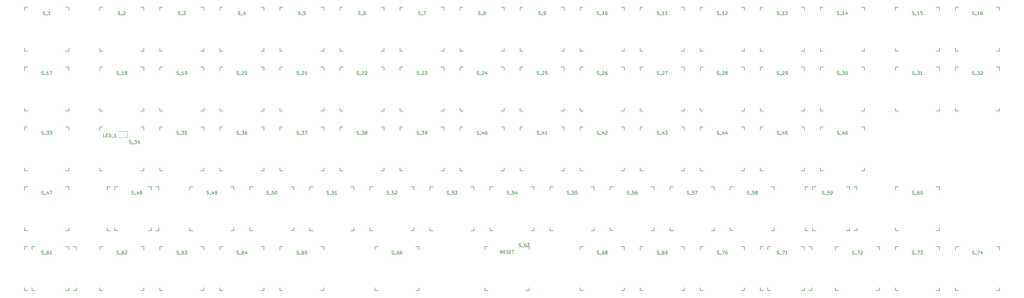
<source format=gto>
G04 #@! TF.GenerationSoftware,KiCad,Pcbnew,(5.1.8)-1*
G04 #@! TF.CreationDate,2021-02-07T11:47:01-08:00*
G04 #@! TF.ProjectId,Spritzgeback,53707269-747a-4676-9562-61636b2e6b69,rev?*
G04 #@! TF.SameCoordinates,Original*
G04 #@! TF.FileFunction,Legend,Top*
G04 #@! TF.FilePolarity,Positive*
%FSLAX46Y46*%
G04 Gerber Fmt 4.6, Leading zero omitted, Abs format (unit mm)*
G04 Created by KiCad (PCBNEW (5.1.8)-1) date 2021-02-07 11:47:01*
%MOMM*%
%LPD*%
G01*
G04 APERTURE LIST*
%ADD10C,0.150000*%
%ADD11C,0.120000*%
G04 APERTURE END LIST*
D10*
X257031250Y-50150000D02*
X257031250Y-51150000D01*
X256031250Y-64150000D02*
X257031250Y-64150000D01*
X257031250Y-50150000D02*
X256031250Y-50150000D01*
X257031250Y-63150000D02*
X257031250Y-64150000D01*
X243031250Y-64150000D02*
X243031250Y-63150000D01*
X244031250Y-50150000D02*
X243031250Y-50150000D01*
X243031250Y-64150000D02*
X244031250Y-64150000D01*
X243031250Y-51150000D02*
X243031250Y-50150000D01*
X33193750Y-50150000D02*
X33193750Y-51150000D01*
X32193750Y-64150000D02*
X33193750Y-64150000D01*
X33193750Y-50150000D02*
X32193750Y-50150000D01*
X33193750Y-63150000D02*
X33193750Y-64150000D01*
X19193750Y-64150000D02*
X19193750Y-63150000D01*
X20193750Y-50150000D02*
X19193750Y-50150000D01*
X19193750Y-64150000D02*
X20193750Y-64150000D01*
X19193750Y-51150000D02*
X19193750Y-50150000D01*
X9381250Y-69200000D02*
X9381250Y-70200000D01*
X8381250Y-83200000D02*
X9381250Y-83200000D01*
X9381250Y-69200000D02*
X8381250Y-69200000D01*
X9381250Y-82200000D02*
X9381250Y-83200000D01*
X-4618750Y-83200000D02*
X-4618750Y-82200000D01*
X-3618750Y-69200000D02*
X-4618750Y-69200000D01*
X-4618750Y-83200000D02*
X-3618750Y-83200000D01*
X-4618750Y-70200000D02*
X-4618750Y-69200000D01*
X242743750Y-69200000D02*
X242743750Y-70200000D01*
X241743750Y-83200000D02*
X242743750Y-83200000D01*
X242743750Y-69200000D02*
X241743750Y-69200000D01*
X242743750Y-82200000D02*
X242743750Y-83200000D01*
X228743750Y-83200000D02*
X228743750Y-82200000D01*
X229743750Y-69200000D02*
X228743750Y-69200000D01*
X228743750Y-83200000D02*
X229743750Y-83200000D01*
X228743750Y-70200000D02*
X228743750Y-69200000D01*
D11*
X25585000Y-32490000D02*
X22900000Y-32490000D01*
X25585000Y-34410000D02*
X25585000Y-32490000D01*
X22900000Y-34410000D02*
X25585000Y-34410000D01*
D10*
X-7000000Y6000000D02*
X-7000000Y7000000D01*
X-7000000Y-7000000D02*
X-6000000Y-7000000D01*
X-6000000Y7000000D02*
X-7000000Y7000000D01*
X-7000000Y-7000000D02*
X-7000000Y-6000000D01*
X7000000Y-6000000D02*
X7000000Y-7000000D01*
X7000000Y7000000D02*
X6000000Y7000000D01*
X6000000Y-7000000D02*
X7000000Y-7000000D01*
X7000000Y7000000D02*
X7000000Y6000000D01*
X30812500Y7000000D02*
X30812500Y6000000D01*
X29812500Y-7000000D02*
X30812500Y-7000000D01*
X30812500Y7000000D02*
X29812500Y7000000D01*
X30812500Y-6000000D02*
X30812500Y-7000000D01*
X16812500Y-7000000D02*
X16812500Y-6000000D01*
X17812500Y7000000D02*
X16812500Y7000000D01*
X16812500Y-7000000D02*
X17812500Y-7000000D01*
X16812500Y6000000D02*
X16812500Y7000000D01*
X35862500Y6000000D02*
X35862500Y7000000D01*
X35862500Y-7000000D02*
X36862500Y-7000000D01*
X36862500Y7000000D02*
X35862500Y7000000D01*
X35862500Y-7000000D02*
X35862500Y-6000000D01*
X49862500Y-6000000D02*
X49862500Y-7000000D01*
X49862500Y7000000D02*
X48862500Y7000000D01*
X48862500Y-7000000D02*
X49862500Y-7000000D01*
X49862500Y7000000D02*
X49862500Y6000000D01*
X68912500Y7000000D02*
X68912500Y6000000D01*
X67912500Y-7000000D02*
X68912500Y-7000000D01*
X68912500Y7000000D02*
X67912500Y7000000D01*
X68912500Y-6000000D02*
X68912500Y-7000000D01*
X54912500Y-7000000D02*
X54912500Y-6000000D01*
X55912500Y7000000D02*
X54912500Y7000000D01*
X54912500Y-7000000D02*
X55912500Y-7000000D01*
X54912500Y6000000D02*
X54912500Y7000000D01*
X73962500Y6000000D02*
X73962500Y7000000D01*
X73962500Y-7000000D02*
X74962500Y-7000000D01*
X74962500Y7000000D02*
X73962500Y7000000D01*
X73962500Y-7000000D02*
X73962500Y-6000000D01*
X87962500Y-6000000D02*
X87962500Y-7000000D01*
X87962500Y7000000D02*
X86962500Y7000000D01*
X86962500Y-7000000D02*
X87962500Y-7000000D01*
X87962500Y7000000D02*
X87962500Y6000000D01*
X93012500Y6000000D02*
X93012500Y7000000D01*
X93012500Y-7000000D02*
X94012500Y-7000000D01*
X94012500Y7000000D02*
X93012500Y7000000D01*
X93012500Y-7000000D02*
X93012500Y-6000000D01*
X107012500Y-6000000D02*
X107012500Y-7000000D01*
X107012500Y7000000D02*
X106012500Y7000000D01*
X106012500Y-7000000D02*
X107012500Y-7000000D01*
X107012500Y7000000D02*
X107012500Y6000000D01*
X112062500Y6000000D02*
X112062500Y7000000D01*
X112062500Y-7000000D02*
X113062500Y-7000000D01*
X113062500Y7000000D02*
X112062500Y7000000D01*
X112062500Y-7000000D02*
X112062500Y-6000000D01*
X126062500Y-6000000D02*
X126062500Y-7000000D01*
X126062500Y7000000D02*
X125062500Y7000000D01*
X125062500Y-7000000D02*
X126062500Y-7000000D01*
X126062500Y7000000D02*
X126062500Y6000000D01*
X145112500Y7000000D02*
X145112500Y6000000D01*
X144112500Y-7000000D02*
X145112500Y-7000000D01*
X145112500Y7000000D02*
X144112500Y7000000D01*
X145112500Y-6000000D02*
X145112500Y-7000000D01*
X131112500Y-7000000D02*
X131112500Y-6000000D01*
X132112500Y7000000D02*
X131112500Y7000000D01*
X131112500Y-7000000D02*
X132112500Y-7000000D01*
X131112500Y6000000D02*
X131112500Y7000000D01*
X150162500Y6000000D02*
X150162500Y7000000D01*
X150162500Y-7000000D02*
X151162500Y-7000000D01*
X151162500Y7000000D02*
X150162500Y7000000D01*
X150162500Y-7000000D02*
X150162500Y-6000000D01*
X164162500Y-6000000D02*
X164162500Y-7000000D01*
X164162500Y7000000D02*
X163162500Y7000000D01*
X163162500Y-7000000D02*
X164162500Y-7000000D01*
X164162500Y7000000D02*
X164162500Y6000000D01*
X183212500Y7000000D02*
X183212500Y6000000D01*
X182212500Y-7000000D02*
X183212500Y-7000000D01*
X183212500Y7000000D02*
X182212500Y7000000D01*
X183212500Y-6000000D02*
X183212500Y-7000000D01*
X169212500Y-7000000D02*
X169212500Y-6000000D01*
X170212500Y7000000D02*
X169212500Y7000000D01*
X169212500Y-7000000D02*
X170212500Y-7000000D01*
X169212500Y6000000D02*
X169212500Y7000000D01*
X188262500Y6000000D02*
X188262500Y7000000D01*
X188262500Y-7000000D02*
X189262500Y-7000000D01*
X189262500Y7000000D02*
X188262500Y7000000D01*
X188262500Y-7000000D02*
X188262500Y-6000000D01*
X202262500Y-6000000D02*
X202262500Y-7000000D01*
X202262500Y7000000D02*
X201262500Y7000000D01*
X201262500Y-7000000D02*
X202262500Y-7000000D01*
X202262500Y7000000D02*
X202262500Y6000000D01*
X207312500Y6000000D02*
X207312500Y7000000D01*
X207312500Y-7000000D02*
X208312500Y-7000000D01*
X208312500Y7000000D02*
X207312500Y7000000D01*
X207312500Y-7000000D02*
X207312500Y-6000000D01*
X221312500Y-6000000D02*
X221312500Y-7000000D01*
X221312500Y7000000D02*
X220312500Y7000000D01*
X220312500Y-7000000D02*
X221312500Y-7000000D01*
X221312500Y7000000D02*
X221312500Y6000000D01*
X240362500Y7000000D02*
X240362500Y6000000D01*
X239362500Y-7000000D02*
X240362500Y-7000000D01*
X240362500Y7000000D02*
X239362500Y7000000D01*
X240362500Y-6000000D02*
X240362500Y-7000000D01*
X226362500Y-7000000D02*
X226362500Y-6000000D01*
X227362500Y7000000D02*
X226362500Y7000000D01*
X226362500Y-7000000D02*
X227362500Y-7000000D01*
X226362500Y6000000D02*
X226362500Y7000000D01*
X245412500Y6000000D02*
X245412500Y7000000D01*
X245412500Y-7000000D02*
X246412500Y-7000000D01*
X246412500Y7000000D02*
X245412500Y7000000D01*
X245412500Y-7000000D02*
X245412500Y-6000000D01*
X259412500Y-6000000D02*
X259412500Y-7000000D01*
X259412500Y7000000D02*
X258412500Y7000000D01*
X258412500Y-7000000D02*
X259412500Y-7000000D01*
X259412500Y7000000D02*
X259412500Y6000000D01*
X302275000Y7000000D02*
X302275000Y6000000D01*
X301275000Y-7000000D02*
X302275000Y-7000000D01*
X302275000Y7000000D02*
X301275000Y7000000D01*
X302275000Y-6000000D02*
X302275000Y-7000000D01*
X288275000Y-7000000D02*
X288275000Y-6000000D01*
X289275000Y7000000D02*
X288275000Y7000000D01*
X288275000Y-7000000D02*
X289275000Y-7000000D01*
X288275000Y6000000D02*
X288275000Y7000000D01*
X-7000000Y-13050000D02*
X-7000000Y-12050000D01*
X-7000000Y-26050000D02*
X-6000000Y-26050000D01*
X-6000000Y-12050000D02*
X-7000000Y-12050000D01*
X-7000000Y-26050000D02*
X-7000000Y-25050000D01*
X7000000Y-25050000D02*
X7000000Y-26050000D01*
X7000000Y-12050000D02*
X6000000Y-12050000D01*
X6000000Y-26050000D02*
X7000000Y-26050000D01*
X7000000Y-12050000D02*
X7000000Y-13050000D01*
X30812500Y-12050000D02*
X30812500Y-13050000D01*
X29812500Y-26050000D02*
X30812500Y-26050000D01*
X30812500Y-12050000D02*
X29812500Y-12050000D01*
X30812500Y-25050000D02*
X30812500Y-26050000D01*
X16812500Y-26050000D02*
X16812500Y-25050000D01*
X17812500Y-12050000D02*
X16812500Y-12050000D01*
X16812500Y-26050000D02*
X17812500Y-26050000D01*
X16812500Y-13050000D02*
X16812500Y-12050000D01*
X35862500Y-13050000D02*
X35862500Y-12050000D01*
X35862500Y-26050000D02*
X36862500Y-26050000D01*
X36862500Y-12050000D02*
X35862500Y-12050000D01*
X35862500Y-26050000D02*
X35862500Y-25050000D01*
X49862500Y-25050000D02*
X49862500Y-26050000D01*
X49862500Y-12050000D02*
X48862500Y-12050000D01*
X48862500Y-26050000D02*
X49862500Y-26050000D01*
X49862500Y-12050000D02*
X49862500Y-13050000D01*
X68912500Y-12050000D02*
X68912500Y-13050000D01*
X67912500Y-26050000D02*
X68912500Y-26050000D01*
X68912500Y-12050000D02*
X67912500Y-12050000D01*
X68912500Y-25050000D02*
X68912500Y-26050000D01*
X54912500Y-26050000D02*
X54912500Y-25050000D01*
X55912500Y-12050000D02*
X54912500Y-12050000D01*
X54912500Y-26050000D02*
X55912500Y-26050000D01*
X54912500Y-13050000D02*
X54912500Y-12050000D01*
X87962500Y-12050000D02*
X87962500Y-13050000D01*
X86962500Y-26050000D02*
X87962500Y-26050000D01*
X87962500Y-12050000D02*
X86962500Y-12050000D01*
X87962500Y-25050000D02*
X87962500Y-26050000D01*
X73962500Y-26050000D02*
X73962500Y-25050000D01*
X74962500Y-12050000D02*
X73962500Y-12050000D01*
X73962500Y-26050000D02*
X74962500Y-26050000D01*
X73962500Y-13050000D02*
X73962500Y-12050000D01*
X107012500Y-12050000D02*
X107012500Y-13050000D01*
X106012500Y-26050000D02*
X107012500Y-26050000D01*
X107012500Y-12050000D02*
X106012500Y-12050000D01*
X107012500Y-25050000D02*
X107012500Y-26050000D01*
X93012500Y-26050000D02*
X93012500Y-25050000D01*
X94012500Y-12050000D02*
X93012500Y-12050000D01*
X93012500Y-26050000D02*
X94012500Y-26050000D01*
X93012500Y-13050000D02*
X93012500Y-12050000D01*
X112062500Y-13050000D02*
X112062500Y-12050000D01*
X112062500Y-26050000D02*
X113062500Y-26050000D01*
X113062500Y-12050000D02*
X112062500Y-12050000D01*
X112062500Y-26050000D02*
X112062500Y-25050000D01*
X126062500Y-25050000D02*
X126062500Y-26050000D01*
X126062500Y-12050000D02*
X125062500Y-12050000D01*
X125062500Y-26050000D02*
X126062500Y-26050000D01*
X126062500Y-12050000D02*
X126062500Y-13050000D01*
X145112500Y-12050000D02*
X145112500Y-13050000D01*
X144112500Y-26050000D02*
X145112500Y-26050000D01*
X145112500Y-12050000D02*
X144112500Y-12050000D01*
X145112500Y-25050000D02*
X145112500Y-26050000D01*
X131112500Y-26050000D02*
X131112500Y-25050000D01*
X132112500Y-12050000D02*
X131112500Y-12050000D01*
X131112500Y-26050000D02*
X132112500Y-26050000D01*
X131112500Y-13050000D02*
X131112500Y-12050000D01*
X150162500Y-13050000D02*
X150162500Y-12050000D01*
X150162500Y-26050000D02*
X151162500Y-26050000D01*
X151162500Y-12050000D02*
X150162500Y-12050000D01*
X150162500Y-26050000D02*
X150162500Y-25050000D01*
X164162500Y-25050000D02*
X164162500Y-26050000D01*
X164162500Y-12050000D02*
X163162500Y-12050000D01*
X163162500Y-26050000D02*
X164162500Y-26050000D01*
X164162500Y-12050000D02*
X164162500Y-13050000D01*
X183212500Y-12050000D02*
X183212500Y-13050000D01*
X182212500Y-26050000D02*
X183212500Y-26050000D01*
X183212500Y-12050000D02*
X182212500Y-12050000D01*
X183212500Y-25050000D02*
X183212500Y-26050000D01*
X169212500Y-26050000D02*
X169212500Y-25050000D01*
X170212500Y-12050000D02*
X169212500Y-12050000D01*
X169212500Y-26050000D02*
X170212500Y-26050000D01*
X169212500Y-13050000D02*
X169212500Y-12050000D01*
X188262500Y-13050000D02*
X188262500Y-12050000D01*
X188262500Y-26050000D02*
X189262500Y-26050000D01*
X189262500Y-12050000D02*
X188262500Y-12050000D01*
X188262500Y-26050000D02*
X188262500Y-25050000D01*
X202262500Y-25050000D02*
X202262500Y-26050000D01*
X202262500Y-12050000D02*
X201262500Y-12050000D01*
X201262500Y-26050000D02*
X202262500Y-26050000D01*
X202262500Y-12050000D02*
X202262500Y-13050000D01*
X221312500Y-12050000D02*
X221312500Y-13050000D01*
X220312500Y-26050000D02*
X221312500Y-26050000D01*
X221312500Y-12050000D02*
X220312500Y-12050000D01*
X221312500Y-25050000D02*
X221312500Y-26050000D01*
X207312500Y-26050000D02*
X207312500Y-25050000D01*
X208312500Y-12050000D02*
X207312500Y-12050000D01*
X207312500Y-26050000D02*
X208312500Y-26050000D01*
X207312500Y-13050000D02*
X207312500Y-12050000D01*
X226362500Y-13050000D02*
X226362500Y-12050000D01*
X226362500Y-26050000D02*
X227362500Y-26050000D01*
X227362500Y-12050000D02*
X226362500Y-12050000D01*
X226362500Y-26050000D02*
X226362500Y-25050000D01*
X240362500Y-25050000D02*
X240362500Y-26050000D01*
X240362500Y-12050000D02*
X239362500Y-12050000D01*
X239362500Y-26050000D02*
X240362500Y-26050000D01*
X240362500Y-12050000D02*
X240362500Y-13050000D01*
X259412500Y-12050000D02*
X259412500Y-13050000D01*
X258412500Y-26050000D02*
X259412500Y-26050000D01*
X259412500Y-12050000D02*
X258412500Y-12050000D01*
X259412500Y-25050000D02*
X259412500Y-26050000D01*
X245412500Y-26050000D02*
X245412500Y-25050000D01*
X246412500Y-12050000D02*
X245412500Y-12050000D01*
X245412500Y-26050000D02*
X246412500Y-26050000D01*
X245412500Y-13050000D02*
X245412500Y-12050000D01*
X269225000Y6000000D02*
X269225000Y7000000D01*
X269225000Y-7000000D02*
X270225000Y-7000000D01*
X270225000Y7000000D02*
X269225000Y7000000D01*
X269225000Y-7000000D02*
X269225000Y-6000000D01*
X283225000Y-6000000D02*
X283225000Y-7000000D01*
X283225000Y7000000D02*
X282225000Y7000000D01*
X282225000Y-7000000D02*
X283225000Y-7000000D01*
X283225000Y7000000D02*
X283225000Y6000000D01*
X7000000Y-31100000D02*
X7000000Y-32100000D01*
X6000000Y-45100000D02*
X7000000Y-45100000D01*
X7000000Y-31100000D02*
X6000000Y-31100000D01*
X7000000Y-44100000D02*
X7000000Y-45100000D01*
X-7000000Y-45100000D02*
X-7000000Y-44100000D01*
X-6000000Y-31100000D02*
X-7000000Y-31100000D01*
X-7000000Y-45100000D02*
X-6000000Y-45100000D01*
X-7000000Y-32100000D02*
X-7000000Y-31100000D01*
X30812500Y-31100000D02*
X30812500Y-32100000D01*
X29812500Y-45100000D02*
X30812500Y-45100000D01*
X30812500Y-31100000D02*
X29812500Y-31100000D01*
X30812500Y-44100000D02*
X30812500Y-45100000D01*
X16812500Y-45100000D02*
X16812500Y-44100000D01*
X17812500Y-31100000D02*
X16812500Y-31100000D01*
X16812500Y-45100000D02*
X17812500Y-45100000D01*
X16812500Y-32100000D02*
X16812500Y-31100000D01*
X35862500Y-32100000D02*
X35862500Y-31100000D01*
X35862500Y-45100000D02*
X36862500Y-45100000D01*
X36862500Y-31100000D02*
X35862500Y-31100000D01*
X35862500Y-45100000D02*
X35862500Y-44100000D01*
X49862500Y-44100000D02*
X49862500Y-45100000D01*
X49862500Y-31100000D02*
X48862500Y-31100000D01*
X48862500Y-45100000D02*
X49862500Y-45100000D01*
X49862500Y-31100000D02*
X49862500Y-32100000D01*
X54912500Y-32100000D02*
X54912500Y-31100000D01*
X54912500Y-45100000D02*
X55912500Y-45100000D01*
X55912500Y-31100000D02*
X54912500Y-31100000D01*
X54912500Y-45100000D02*
X54912500Y-44100000D01*
X68912500Y-44100000D02*
X68912500Y-45100000D01*
X68912500Y-31100000D02*
X67912500Y-31100000D01*
X67912500Y-45100000D02*
X68912500Y-45100000D01*
X68912500Y-31100000D02*
X68912500Y-32100000D01*
X73962500Y-32100000D02*
X73962500Y-31100000D01*
X73962500Y-45100000D02*
X74962500Y-45100000D01*
X74962500Y-31100000D02*
X73962500Y-31100000D01*
X73962500Y-45100000D02*
X73962500Y-44100000D01*
X87962500Y-44100000D02*
X87962500Y-45100000D01*
X87962500Y-31100000D02*
X86962500Y-31100000D01*
X86962500Y-45100000D02*
X87962500Y-45100000D01*
X87962500Y-31100000D02*
X87962500Y-32100000D01*
X107012500Y-31100000D02*
X107012500Y-32100000D01*
X106012500Y-45100000D02*
X107012500Y-45100000D01*
X107012500Y-31100000D02*
X106012500Y-31100000D01*
X107012500Y-44100000D02*
X107012500Y-45100000D01*
X93012500Y-45100000D02*
X93012500Y-44100000D01*
X94012500Y-31100000D02*
X93012500Y-31100000D01*
X93012500Y-45100000D02*
X94012500Y-45100000D01*
X93012500Y-32100000D02*
X93012500Y-31100000D01*
X112062500Y-32100000D02*
X112062500Y-31100000D01*
X112062500Y-45100000D02*
X113062500Y-45100000D01*
X113062500Y-31100000D02*
X112062500Y-31100000D01*
X112062500Y-45100000D02*
X112062500Y-44100000D01*
X126062500Y-44100000D02*
X126062500Y-45100000D01*
X126062500Y-31100000D02*
X125062500Y-31100000D01*
X125062500Y-45100000D02*
X126062500Y-45100000D01*
X126062500Y-31100000D02*
X126062500Y-32100000D01*
X145112500Y-31100000D02*
X145112500Y-32100000D01*
X144112500Y-45100000D02*
X145112500Y-45100000D01*
X145112500Y-31100000D02*
X144112500Y-31100000D01*
X145112500Y-44100000D02*
X145112500Y-45100000D01*
X131112500Y-45100000D02*
X131112500Y-44100000D01*
X132112500Y-31100000D02*
X131112500Y-31100000D01*
X131112500Y-45100000D02*
X132112500Y-45100000D01*
X131112500Y-32100000D02*
X131112500Y-31100000D01*
X150162500Y-32100000D02*
X150162500Y-31100000D01*
X150162500Y-45100000D02*
X151162500Y-45100000D01*
X151162500Y-31100000D02*
X150162500Y-31100000D01*
X150162500Y-45100000D02*
X150162500Y-44100000D01*
X164162500Y-44100000D02*
X164162500Y-45100000D01*
X164162500Y-31100000D02*
X163162500Y-31100000D01*
X163162500Y-45100000D02*
X164162500Y-45100000D01*
X164162500Y-31100000D02*
X164162500Y-32100000D01*
X183212500Y-31100000D02*
X183212500Y-32100000D01*
X182212500Y-45100000D02*
X183212500Y-45100000D01*
X183212500Y-31100000D02*
X182212500Y-31100000D01*
X183212500Y-44100000D02*
X183212500Y-45100000D01*
X169212500Y-45100000D02*
X169212500Y-44100000D01*
X170212500Y-31100000D02*
X169212500Y-31100000D01*
X169212500Y-45100000D02*
X170212500Y-45100000D01*
X169212500Y-32100000D02*
X169212500Y-31100000D01*
X202262500Y-31100000D02*
X202262500Y-32100000D01*
X201262500Y-45100000D02*
X202262500Y-45100000D01*
X202262500Y-31100000D02*
X201262500Y-31100000D01*
X202262500Y-44100000D02*
X202262500Y-45100000D01*
X188262500Y-45100000D02*
X188262500Y-44100000D01*
X189262500Y-31100000D02*
X188262500Y-31100000D01*
X188262500Y-45100000D02*
X189262500Y-45100000D01*
X188262500Y-32100000D02*
X188262500Y-31100000D01*
X207312500Y-32100000D02*
X207312500Y-31100000D01*
X207312500Y-45100000D02*
X208312500Y-45100000D01*
X208312500Y-31100000D02*
X207312500Y-31100000D01*
X207312500Y-45100000D02*
X207312500Y-44100000D01*
X221312500Y-44100000D02*
X221312500Y-45100000D01*
X221312500Y-31100000D02*
X220312500Y-31100000D01*
X220312500Y-45100000D02*
X221312500Y-45100000D01*
X221312500Y-31100000D02*
X221312500Y-32100000D01*
X226362500Y-32100000D02*
X226362500Y-31100000D01*
X226362500Y-45100000D02*
X227362500Y-45100000D01*
X227362500Y-31100000D02*
X226362500Y-31100000D01*
X226362500Y-45100000D02*
X226362500Y-44100000D01*
X240362500Y-44100000D02*
X240362500Y-45100000D01*
X240362500Y-31100000D02*
X239362500Y-31100000D01*
X239362500Y-45100000D02*
X240362500Y-45100000D01*
X240362500Y-31100000D02*
X240362500Y-32100000D01*
X259412500Y-31100000D02*
X259412500Y-32100000D01*
X258412500Y-45100000D02*
X259412500Y-45100000D01*
X259412500Y-31100000D02*
X258412500Y-31100000D01*
X259412500Y-44100000D02*
X259412500Y-45100000D01*
X245412500Y-45100000D02*
X245412500Y-44100000D01*
X246412500Y-31100000D02*
X245412500Y-31100000D01*
X245412500Y-45100000D02*
X246412500Y-45100000D01*
X245412500Y-32100000D02*
X245412500Y-31100000D01*
X269225000Y-13050000D02*
X269225000Y-12050000D01*
X269225000Y-26050000D02*
X270225000Y-26050000D01*
X270225000Y-12050000D02*
X269225000Y-12050000D01*
X269225000Y-26050000D02*
X269225000Y-25050000D01*
X283225000Y-25050000D02*
X283225000Y-26050000D01*
X283225000Y-12050000D02*
X282225000Y-12050000D01*
X282225000Y-26050000D02*
X283225000Y-26050000D01*
X283225000Y-12050000D02*
X283225000Y-13050000D01*
X7000000Y-50150000D02*
X7000000Y-51150000D01*
X6000000Y-64150000D02*
X7000000Y-64150000D01*
X7000000Y-50150000D02*
X6000000Y-50150000D01*
X7000000Y-63150000D02*
X7000000Y-64150000D01*
X-7000000Y-64150000D02*
X-7000000Y-63150000D01*
X-6000000Y-50150000D02*
X-7000000Y-50150000D01*
X-7000000Y-64150000D02*
X-6000000Y-64150000D01*
X-7000000Y-51150000D02*
X-7000000Y-50150000D01*
X21575000Y-51150000D02*
X21575000Y-50150000D01*
X21575000Y-64150000D02*
X22575000Y-64150000D01*
X22575000Y-50150000D02*
X21575000Y-50150000D01*
X21575000Y-64150000D02*
X21575000Y-63150000D01*
X35575000Y-63150000D02*
X35575000Y-64150000D01*
X35575000Y-50150000D02*
X34575000Y-50150000D01*
X34575000Y-64150000D02*
X35575000Y-64150000D01*
X35575000Y-50150000D02*
X35575000Y-51150000D01*
X45387500Y-51150000D02*
X45387500Y-50150000D01*
X45387500Y-64150000D02*
X46387500Y-64150000D01*
X46387500Y-50150000D02*
X45387500Y-50150000D01*
X45387500Y-64150000D02*
X45387500Y-63150000D01*
X59387500Y-63150000D02*
X59387500Y-64150000D01*
X59387500Y-50150000D02*
X58387500Y-50150000D01*
X58387500Y-64150000D02*
X59387500Y-64150000D01*
X59387500Y-50150000D02*
X59387500Y-51150000D01*
X64437500Y-51150000D02*
X64437500Y-50150000D01*
X64437500Y-64150000D02*
X65437500Y-64150000D01*
X65437500Y-50150000D02*
X64437500Y-50150000D01*
X64437500Y-64150000D02*
X64437500Y-63150000D01*
X78437500Y-63150000D02*
X78437500Y-64150000D01*
X78437500Y-50150000D02*
X77437500Y-50150000D01*
X77437500Y-64150000D02*
X78437500Y-64150000D01*
X78437500Y-50150000D02*
X78437500Y-51150000D01*
X97487500Y-50150000D02*
X97487500Y-51150000D01*
X96487500Y-64150000D02*
X97487500Y-64150000D01*
X97487500Y-50150000D02*
X96487500Y-50150000D01*
X97487500Y-63150000D02*
X97487500Y-64150000D01*
X83487500Y-64150000D02*
X83487500Y-63150000D01*
X84487500Y-50150000D02*
X83487500Y-50150000D01*
X83487500Y-64150000D02*
X84487500Y-64150000D01*
X83487500Y-51150000D02*
X83487500Y-50150000D01*
X102537500Y-51150000D02*
X102537500Y-50150000D01*
X102537500Y-64150000D02*
X103537500Y-64150000D01*
X103537500Y-50150000D02*
X102537500Y-50150000D01*
X102537500Y-64150000D02*
X102537500Y-63150000D01*
X116537500Y-63150000D02*
X116537500Y-64150000D01*
X116537500Y-50150000D02*
X115537500Y-50150000D01*
X115537500Y-64150000D02*
X116537500Y-64150000D01*
X116537500Y-50150000D02*
X116537500Y-51150000D01*
X121587500Y-51150000D02*
X121587500Y-50150000D01*
X121587500Y-64150000D02*
X122587500Y-64150000D01*
X122587500Y-50150000D02*
X121587500Y-50150000D01*
X121587500Y-64150000D02*
X121587500Y-63150000D01*
X135587500Y-63150000D02*
X135587500Y-64150000D01*
X135587500Y-50150000D02*
X134587500Y-50150000D01*
X134587500Y-64150000D02*
X135587500Y-64150000D01*
X135587500Y-50150000D02*
X135587500Y-51150000D01*
X154637500Y-50150000D02*
X154637500Y-51150000D01*
X153637500Y-64150000D02*
X154637500Y-64150000D01*
X154637500Y-50150000D02*
X153637500Y-50150000D01*
X154637500Y-63150000D02*
X154637500Y-64150000D01*
X140637500Y-64150000D02*
X140637500Y-63150000D01*
X141637500Y-50150000D02*
X140637500Y-50150000D01*
X140637500Y-64150000D02*
X141637500Y-64150000D01*
X140637500Y-51150000D02*
X140637500Y-50150000D01*
X173687500Y-50150000D02*
X173687500Y-51150000D01*
X172687500Y-64150000D02*
X173687500Y-64150000D01*
X173687500Y-50150000D02*
X172687500Y-50150000D01*
X173687500Y-63150000D02*
X173687500Y-64150000D01*
X159687500Y-64150000D02*
X159687500Y-63150000D01*
X160687500Y-50150000D02*
X159687500Y-50150000D01*
X159687500Y-64150000D02*
X160687500Y-64150000D01*
X159687500Y-51150000D02*
X159687500Y-50150000D01*
X192737500Y-50150000D02*
X192737500Y-51150000D01*
X191737500Y-64150000D02*
X192737500Y-64150000D01*
X192737500Y-50150000D02*
X191737500Y-50150000D01*
X192737500Y-63150000D02*
X192737500Y-64150000D01*
X178737500Y-64150000D02*
X178737500Y-63150000D01*
X179737500Y-50150000D02*
X178737500Y-50150000D01*
X178737500Y-64150000D02*
X179737500Y-64150000D01*
X178737500Y-51150000D02*
X178737500Y-50150000D01*
X197787500Y-51150000D02*
X197787500Y-50150000D01*
X197787500Y-64150000D02*
X198787500Y-64150000D01*
X198787500Y-50150000D02*
X197787500Y-50150000D01*
X197787500Y-64150000D02*
X197787500Y-63150000D01*
X211787500Y-63150000D02*
X211787500Y-64150000D01*
X211787500Y-50150000D02*
X210787500Y-50150000D01*
X210787500Y-64150000D02*
X211787500Y-64150000D01*
X211787500Y-50150000D02*
X211787500Y-51150000D01*
X230837500Y-50150000D02*
X230837500Y-51150000D01*
X229837500Y-64150000D02*
X230837500Y-64150000D01*
X230837500Y-50150000D02*
X229837500Y-50150000D01*
X230837500Y-63150000D02*
X230837500Y-64150000D01*
X216837500Y-64150000D02*
X216837500Y-63150000D01*
X217837500Y-50150000D02*
X216837500Y-50150000D01*
X216837500Y-64150000D02*
X217837500Y-64150000D01*
X216837500Y-51150000D02*
X216837500Y-50150000D01*
X254650000Y-50150000D02*
X254650000Y-51150000D01*
X253650000Y-64150000D02*
X254650000Y-64150000D01*
X254650000Y-50150000D02*
X253650000Y-50150000D01*
X254650000Y-63150000D02*
X254650000Y-64150000D01*
X240650000Y-64150000D02*
X240650000Y-63150000D01*
X241650000Y-50150000D02*
X240650000Y-50150000D01*
X240650000Y-64150000D02*
X241650000Y-64150000D01*
X240650000Y-51150000D02*
X240650000Y-50150000D01*
X283225000Y-50150000D02*
X283225000Y-51150000D01*
X282225000Y-64150000D02*
X283225000Y-64150000D01*
X283225000Y-50150000D02*
X282225000Y-50150000D01*
X283225000Y-63150000D02*
X283225000Y-64150000D01*
X269225000Y-64150000D02*
X269225000Y-63150000D01*
X270225000Y-50150000D02*
X269225000Y-50150000D01*
X269225000Y-64150000D02*
X270225000Y-64150000D01*
X269225000Y-51150000D02*
X269225000Y-50150000D01*
X302275000Y-12050000D02*
X302275000Y-13050000D01*
X301275000Y-26050000D02*
X302275000Y-26050000D01*
X302275000Y-12050000D02*
X301275000Y-12050000D01*
X302275000Y-25050000D02*
X302275000Y-26050000D01*
X288275000Y-26050000D02*
X288275000Y-25050000D01*
X289275000Y-12050000D02*
X288275000Y-12050000D01*
X288275000Y-26050000D02*
X289275000Y-26050000D01*
X288275000Y-13050000D02*
X288275000Y-12050000D01*
X7000000Y-69200000D02*
X7000000Y-70200000D01*
X6000000Y-83200000D02*
X7000000Y-83200000D01*
X7000000Y-69200000D02*
X6000000Y-69200000D01*
X7000000Y-82200000D02*
X7000000Y-83200000D01*
X-7000000Y-83200000D02*
X-7000000Y-82200000D01*
X-6000000Y-69200000D02*
X-7000000Y-69200000D01*
X-7000000Y-83200000D02*
X-6000000Y-83200000D01*
X-7000000Y-70200000D02*
X-7000000Y-69200000D01*
X16812500Y-70200000D02*
X16812500Y-69200000D01*
X16812500Y-83200000D02*
X17812500Y-83200000D01*
X17812500Y-69200000D02*
X16812500Y-69200000D01*
X16812500Y-83200000D02*
X16812500Y-82200000D01*
X30812500Y-82200000D02*
X30812500Y-83200000D01*
X30812500Y-69200000D02*
X29812500Y-69200000D01*
X29812500Y-83200000D02*
X30812500Y-83200000D01*
X30812500Y-69200000D02*
X30812500Y-70200000D01*
X49862500Y-69200000D02*
X49862500Y-70200000D01*
X48862500Y-83200000D02*
X49862500Y-83200000D01*
X49862500Y-69200000D02*
X48862500Y-69200000D01*
X49862500Y-82200000D02*
X49862500Y-83200000D01*
X35862500Y-83200000D02*
X35862500Y-82200000D01*
X36862500Y-69200000D02*
X35862500Y-69200000D01*
X35862500Y-83200000D02*
X36862500Y-83200000D01*
X35862500Y-70200000D02*
X35862500Y-69200000D01*
X54912500Y-70200000D02*
X54912500Y-69200000D01*
X54912500Y-83200000D02*
X55912500Y-83200000D01*
X55912500Y-69200000D02*
X54912500Y-69200000D01*
X54912500Y-83200000D02*
X54912500Y-82200000D01*
X68912500Y-82200000D02*
X68912500Y-83200000D01*
X68912500Y-69200000D02*
X67912500Y-69200000D01*
X67912500Y-83200000D02*
X68912500Y-83200000D01*
X68912500Y-69200000D02*
X68912500Y-70200000D01*
X73962500Y-70200000D02*
X73962500Y-69200000D01*
X73962500Y-83200000D02*
X74962500Y-83200000D01*
X74962500Y-69200000D02*
X73962500Y-69200000D01*
X73962500Y-83200000D02*
X73962500Y-82200000D01*
X87962500Y-82200000D02*
X87962500Y-83200000D01*
X87962500Y-69200000D02*
X86962500Y-69200000D01*
X86962500Y-83200000D02*
X87962500Y-83200000D01*
X87962500Y-69200000D02*
X87962500Y-70200000D01*
X104125000Y-70200000D02*
X104125000Y-69200000D01*
X104125000Y-83200000D02*
X105125000Y-83200000D01*
X105125000Y-69200000D02*
X104125000Y-69200000D01*
X104125000Y-83200000D02*
X104125000Y-82200000D01*
X118125000Y-82200000D02*
X118125000Y-83200000D01*
X118125000Y-69200000D02*
X117125000Y-69200000D01*
X117125000Y-83200000D02*
X118125000Y-83200000D01*
X118125000Y-69200000D02*
X118125000Y-70200000D01*
X153050000Y-69200000D02*
X153050000Y-70200000D01*
X152050000Y-83200000D02*
X153050000Y-83200000D01*
X153050000Y-69200000D02*
X152050000Y-69200000D01*
X153050000Y-82200000D02*
X153050000Y-83200000D01*
X139050000Y-83200000D02*
X139050000Y-82200000D01*
X140050000Y-69200000D02*
X139050000Y-69200000D01*
X139050000Y-83200000D02*
X140050000Y-83200000D01*
X139050000Y-70200000D02*
X139050000Y-69200000D01*
X183212500Y-69200000D02*
X183212500Y-70200000D01*
X182212500Y-83200000D02*
X183212500Y-83200000D01*
X183212500Y-69200000D02*
X182212500Y-69200000D01*
X183212500Y-82200000D02*
X183212500Y-83200000D01*
X169212500Y-83200000D02*
X169212500Y-82200000D01*
X170212500Y-69200000D02*
X169212500Y-69200000D01*
X169212500Y-83200000D02*
X170212500Y-83200000D01*
X169212500Y-70200000D02*
X169212500Y-69200000D01*
X202262500Y-69200000D02*
X202262500Y-70200000D01*
X201262500Y-83200000D02*
X202262500Y-83200000D01*
X202262500Y-69200000D02*
X201262500Y-69200000D01*
X202262500Y-82200000D02*
X202262500Y-83200000D01*
X188262500Y-83200000D02*
X188262500Y-82200000D01*
X189262500Y-69200000D02*
X188262500Y-69200000D01*
X188262500Y-83200000D02*
X189262500Y-83200000D01*
X188262500Y-70200000D02*
X188262500Y-69200000D01*
X207312500Y-70200000D02*
X207312500Y-69200000D01*
X207312500Y-83200000D02*
X208312500Y-83200000D01*
X208312500Y-69200000D02*
X207312500Y-69200000D01*
X207312500Y-83200000D02*
X207312500Y-82200000D01*
X221312500Y-82200000D02*
X221312500Y-83200000D01*
X221312500Y-69200000D02*
X220312500Y-69200000D01*
X220312500Y-83200000D02*
X221312500Y-83200000D01*
X221312500Y-69200000D02*
X221312500Y-70200000D01*
X240362500Y-69200000D02*
X240362500Y-70200000D01*
X239362500Y-83200000D02*
X240362500Y-83200000D01*
X240362500Y-69200000D02*
X239362500Y-69200000D01*
X240362500Y-82200000D02*
X240362500Y-83200000D01*
X226362500Y-83200000D02*
X226362500Y-82200000D01*
X227362500Y-69200000D02*
X226362500Y-69200000D01*
X226362500Y-83200000D02*
X227362500Y-83200000D01*
X226362500Y-70200000D02*
X226362500Y-69200000D01*
X250175000Y-70200000D02*
X250175000Y-69200000D01*
X250175000Y-83200000D02*
X251175000Y-83200000D01*
X251175000Y-69200000D02*
X250175000Y-69200000D01*
X250175000Y-83200000D02*
X250175000Y-82200000D01*
X264175000Y-82200000D02*
X264175000Y-83200000D01*
X264175000Y-69200000D02*
X263175000Y-69200000D01*
X263175000Y-83200000D02*
X264175000Y-83200000D01*
X264175000Y-69200000D02*
X264175000Y-70200000D01*
X283225000Y-69200000D02*
X283225000Y-70200000D01*
X282225000Y-83200000D02*
X283225000Y-83200000D01*
X283225000Y-69200000D02*
X282225000Y-69200000D01*
X283225000Y-82200000D02*
X283225000Y-83200000D01*
X269225000Y-83200000D02*
X269225000Y-82200000D01*
X270225000Y-69200000D02*
X269225000Y-69200000D01*
X269225000Y-83200000D02*
X270225000Y-83200000D01*
X269225000Y-70200000D02*
X269225000Y-69200000D01*
X288275000Y-70200000D02*
X288275000Y-69200000D01*
X288275000Y-83200000D02*
X289275000Y-83200000D01*
X289275000Y-69200000D02*
X288275000Y-69200000D01*
X288275000Y-83200000D02*
X288275000Y-82200000D01*
X302275000Y-82200000D02*
X302275000Y-83200000D01*
X302275000Y-69200000D02*
X301275000Y-69200000D01*
X301275000Y-83200000D02*
X302275000Y-83200000D01*
X302275000Y-69200000D02*
X302275000Y-70200000D01*
X144597619Y-71402380D02*
X144264285Y-70926190D01*
X144026190Y-71402380D02*
X144026190Y-70402380D01*
X144407142Y-70402380D01*
X144502380Y-70450000D01*
X144550000Y-70497619D01*
X144597619Y-70592857D01*
X144597619Y-70735714D01*
X144550000Y-70830952D01*
X144502380Y-70878571D01*
X144407142Y-70926190D01*
X144026190Y-70926190D01*
X145026190Y-70878571D02*
X145359523Y-70878571D01*
X145502380Y-71402380D02*
X145026190Y-71402380D01*
X145026190Y-70402380D01*
X145502380Y-70402380D01*
X145883333Y-71354761D02*
X146026190Y-71402380D01*
X146264285Y-71402380D01*
X146359523Y-71354761D01*
X146407142Y-71307142D01*
X146454761Y-71211904D01*
X146454761Y-71116666D01*
X146407142Y-71021428D01*
X146359523Y-70973809D01*
X146264285Y-70926190D01*
X146073809Y-70878571D01*
X145978571Y-70830952D01*
X145930952Y-70783333D01*
X145883333Y-70688095D01*
X145883333Y-70592857D01*
X145930952Y-70497619D01*
X145978571Y-70450000D01*
X146073809Y-70402380D01*
X146311904Y-70402380D01*
X146454761Y-70450000D01*
X146883333Y-70878571D02*
X147216666Y-70878571D01*
X147359523Y-71402380D02*
X146883333Y-71402380D01*
X146883333Y-70402380D01*
X147359523Y-70402380D01*
X147645238Y-70402380D02*
X148216666Y-70402380D01*
X147930952Y-71402380D02*
X147930952Y-70402380D01*
X18550000Y-34302380D02*
X18073809Y-34302380D01*
X18073809Y-33302380D01*
X18883333Y-33778571D02*
X19216666Y-33778571D01*
X19359523Y-34302380D02*
X18883333Y-34302380D01*
X18883333Y-33302380D01*
X19359523Y-33302380D01*
X19788095Y-34302380D02*
X19788095Y-33302380D01*
X20026190Y-33302380D01*
X20169047Y-33350000D01*
X20264285Y-33445238D01*
X20311904Y-33540476D01*
X20359523Y-33730952D01*
X20359523Y-33873809D01*
X20311904Y-34064285D01*
X20264285Y-34159523D01*
X20169047Y-34254761D01*
X20026190Y-34302380D01*
X19788095Y-34302380D01*
X20550000Y-34397619D02*
X21311904Y-34397619D01*
X22073809Y-34302380D02*
X21502380Y-34302380D01*
X21788095Y-34302380D02*
X21788095Y-33302380D01*
X21692857Y-33445238D01*
X21597619Y-33540476D01*
X21502380Y-33588095D01*
X-1142857Y4675238D02*
X-1000000Y4627619D01*
X-761904Y4627619D01*
X-666666Y4675238D01*
X-619047Y4722857D01*
X-571428Y4818095D01*
X-571428Y4913333D01*
X-619047Y5008571D01*
X-666666Y5056190D01*
X-761904Y5103809D01*
X-952380Y5151428D01*
X-1047619Y5199047D01*
X-1095238Y5246666D01*
X-1142857Y5341904D01*
X-1142857Y5437142D01*
X-1095238Y5532380D01*
X-1047619Y5580000D01*
X-952380Y5627619D01*
X-714285Y5627619D01*
X-571428Y5580000D01*
X-380952Y4532380D02*
X380952Y4532380D01*
X1142857Y4627619D02*
X571428Y4627619D01*
X857142Y4627619D02*
X857142Y5627619D01*
X761904Y5484761D01*
X666666Y5389523D01*
X571428Y5341904D01*
X22669642Y4675238D02*
X22812500Y4627619D01*
X23050595Y4627619D01*
X23145833Y4675238D01*
X23193452Y4722857D01*
X23241071Y4818095D01*
X23241071Y4913333D01*
X23193452Y5008571D01*
X23145833Y5056190D01*
X23050595Y5103809D01*
X22860119Y5151428D01*
X22764880Y5199047D01*
X22717261Y5246666D01*
X22669642Y5341904D01*
X22669642Y5437142D01*
X22717261Y5532380D01*
X22764880Y5580000D01*
X22860119Y5627619D01*
X23098214Y5627619D01*
X23241071Y5580000D01*
X23431547Y4532380D02*
X24193452Y4532380D01*
X24383928Y5532380D02*
X24431547Y5580000D01*
X24526785Y5627619D01*
X24764880Y5627619D01*
X24860119Y5580000D01*
X24907738Y5532380D01*
X24955357Y5437142D01*
X24955357Y5341904D01*
X24907738Y5199047D01*
X24336309Y4627619D01*
X24955357Y4627619D01*
X41719642Y4675238D02*
X41862500Y4627619D01*
X42100595Y4627619D01*
X42195833Y4675238D01*
X42243452Y4722857D01*
X42291071Y4818095D01*
X42291071Y4913333D01*
X42243452Y5008571D01*
X42195833Y5056190D01*
X42100595Y5103809D01*
X41910119Y5151428D01*
X41814880Y5199047D01*
X41767261Y5246666D01*
X41719642Y5341904D01*
X41719642Y5437142D01*
X41767261Y5532380D01*
X41814880Y5580000D01*
X41910119Y5627619D01*
X42148214Y5627619D01*
X42291071Y5580000D01*
X42481547Y4532380D02*
X43243452Y4532380D01*
X43386309Y5627619D02*
X44005357Y5627619D01*
X43672023Y5246666D01*
X43814880Y5246666D01*
X43910119Y5199047D01*
X43957738Y5151428D01*
X44005357Y5056190D01*
X44005357Y4818095D01*
X43957738Y4722857D01*
X43910119Y4675238D01*
X43814880Y4627619D01*
X43529166Y4627619D01*
X43433928Y4675238D01*
X43386309Y4722857D01*
X60769642Y4675238D02*
X60912500Y4627619D01*
X61150595Y4627619D01*
X61245833Y4675238D01*
X61293452Y4722857D01*
X61341071Y4818095D01*
X61341071Y4913333D01*
X61293452Y5008571D01*
X61245833Y5056190D01*
X61150595Y5103809D01*
X60960119Y5151428D01*
X60864880Y5199047D01*
X60817261Y5246666D01*
X60769642Y5341904D01*
X60769642Y5437142D01*
X60817261Y5532380D01*
X60864880Y5580000D01*
X60960119Y5627619D01*
X61198214Y5627619D01*
X61341071Y5580000D01*
X61531547Y4532380D02*
X62293452Y4532380D01*
X62960119Y5294285D02*
X62960119Y4627619D01*
X62722023Y5675238D02*
X62483928Y4960952D01*
X63102976Y4960952D01*
X79819642Y4675238D02*
X79962500Y4627619D01*
X80200595Y4627619D01*
X80295833Y4675238D01*
X80343452Y4722857D01*
X80391071Y4818095D01*
X80391071Y4913333D01*
X80343452Y5008571D01*
X80295833Y5056190D01*
X80200595Y5103809D01*
X80010119Y5151428D01*
X79914880Y5199047D01*
X79867261Y5246666D01*
X79819642Y5341904D01*
X79819642Y5437142D01*
X79867261Y5532380D01*
X79914880Y5580000D01*
X80010119Y5627619D01*
X80248214Y5627619D01*
X80391071Y5580000D01*
X80581547Y4532380D02*
X81343452Y4532380D01*
X82057738Y5627619D02*
X81581547Y5627619D01*
X81533928Y5151428D01*
X81581547Y5199047D01*
X81676785Y5246666D01*
X81914880Y5246666D01*
X82010119Y5199047D01*
X82057738Y5151428D01*
X82105357Y5056190D01*
X82105357Y4818095D01*
X82057738Y4722857D01*
X82010119Y4675238D01*
X81914880Y4627619D01*
X81676785Y4627619D01*
X81581547Y4675238D01*
X81533928Y4722857D01*
X98869642Y4675238D02*
X99012500Y4627619D01*
X99250595Y4627619D01*
X99345833Y4675238D01*
X99393452Y4722857D01*
X99441071Y4818095D01*
X99441071Y4913333D01*
X99393452Y5008571D01*
X99345833Y5056190D01*
X99250595Y5103809D01*
X99060119Y5151428D01*
X98964880Y5199047D01*
X98917261Y5246666D01*
X98869642Y5341904D01*
X98869642Y5437142D01*
X98917261Y5532380D01*
X98964880Y5580000D01*
X99060119Y5627619D01*
X99298214Y5627619D01*
X99441071Y5580000D01*
X99631547Y4532380D02*
X100393452Y4532380D01*
X101060119Y5627619D02*
X100869642Y5627619D01*
X100774404Y5580000D01*
X100726785Y5532380D01*
X100631547Y5389523D01*
X100583928Y5199047D01*
X100583928Y4818095D01*
X100631547Y4722857D01*
X100679166Y4675238D01*
X100774404Y4627619D01*
X100964880Y4627619D01*
X101060119Y4675238D01*
X101107738Y4722857D01*
X101155357Y4818095D01*
X101155357Y5056190D01*
X101107738Y5151428D01*
X101060119Y5199047D01*
X100964880Y5246666D01*
X100774404Y5246666D01*
X100679166Y5199047D01*
X100631547Y5151428D01*
X100583928Y5056190D01*
X117919642Y4675238D02*
X118062500Y4627619D01*
X118300595Y4627619D01*
X118395833Y4675238D01*
X118443452Y4722857D01*
X118491071Y4818095D01*
X118491071Y4913333D01*
X118443452Y5008571D01*
X118395833Y5056190D01*
X118300595Y5103809D01*
X118110119Y5151428D01*
X118014880Y5199047D01*
X117967261Y5246666D01*
X117919642Y5341904D01*
X117919642Y5437142D01*
X117967261Y5532380D01*
X118014880Y5580000D01*
X118110119Y5627619D01*
X118348214Y5627619D01*
X118491071Y5580000D01*
X118681547Y4532380D02*
X119443452Y4532380D01*
X119586309Y5627619D02*
X120252976Y5627619D01*
X119824404Y4627619D01*
X136969642Y4675238D02*
X137112500Y4627619D01*
X137350595Y4627619D01*
X137445833Y4675238D01*
X137493452Y4722857D01*
X137541071Y4818095D01*
X137541071Y4913333D01*
X137493452Y5008571D01*
X137445833Y5056190D01*
X137350595Y5103809D01*
X137160119Y5151428D01*
X137064880Y5199047D01*
X137017261Y5246666D01*
X136969642Y5341904D01*
X136969642Y5437142D01*
X137017261Y5532380D01*
X137064880Y5580000D01*
X137160119Y5627619D01*
X137398214Y5627619D01*
X137541071Y5580000D01*
X137731547Y4532380D02*
X138493452Y4532380D01*
X138874404Y5199047D02*
X138779166Y5246666D01*
X138731547Y5294285D01*
X138683928Y5389523D01*
X138683928Y5437142D01*
X138731547Y5532380D01*
X138779166Y5580000D01*
X138874404Y5627619D01*
X139064880Y5627619D01*
X139160119Y5580000D01*
X139207738Y5532380D01*
X139255357Y5437142D01*
X139255357Y5389523D01*
X139207738Y5294285D01*
X139160119Y5246666D01*
X139064880Y5199047D01*
X138874404Y5199047D01*
X138779166Y5151428D01*
X138731547Y5103809D01*
X138683928Y5008571D01*
X138683928Y4818095D01*
X138731547Y4722857D01*
X138779166Y4675238D01*
X138874404Y4627619D01*
X139064880Y4627619D01*
X139160119Y4675238D01*
X139207738Y4722857D01*
X139255357Y4818095D01*
X139255357Y5008571D01*
X139207738Y5103809D01*
X139160119Y5151428D01*
X139064880Y5199047D01*
X156019642Y4675238D02*
X156162500Y4627619D01*
X156400595Y4627619D01*
X156495833Y4675238D01*
X156543452Y4722857D01*
X156591071Y4818095D01*
X156591071Y4913333D01*
X156543452Y5008571D01*
X156495833Y5056190D01*
X156400595Y5103809D01*
X156210119Y5151428D01*
X156114880Y5199047D01*
X156067261Y5246666D01*
X156019642Y5341904D01*
X156019642Y5437142D01*
X156067261Y5532380D01*
X156114880Y5580000D01*
X156210119Y5627619D01*
X156448214Y5627619D01*
X156591071Y5580000D01*
X156781547Y4532380D02*
X157543452Y4532380D01*
X157829166Y4627619D02*
X158019642Y4627619D01*
X158114880Y4675238D01*
X158162500Y4722857D01*
X158257738Y4865714D01*
X158305357Y5056190D01*
X158305357Y5437142D01*
X158257738Y5532380D01*
X158210119Y5580000D01*
X158114880Y5627619D01*
X157924404Y5627619D01*
X157829166Y5580000D01*
X157781547Y5532380D01*
X157733928Y5437142D01*
X157733928Y5199047D01*
X157781547Y5103809D01*
X157829166Y5056190D01*
X157924404Y5008571D01*
X158114880Y5008571D01*
X158210119Y5056190D01*
X158257738Y5103809D01*
X158305357Y5199047D01*
X174593452Y4675238D02*
X174736309Y4627619D01*
X174974404Y4627619D01*
X175069642Y4675238D01*
X175117261Y4722857D01*
X175164880Y4818095D01*
X175164880Y4913333D01*
X175117261Y5008571D01*
X175069642Y5056190D01*
X174974404Y5103809D01*
X174783928Y5151428D01*
X174688690Y5199047D01*
X174641071Y5246666D01*
X174593452Y5341904D01*
X174593452Y5437142D01*
X174641071Y5532380D01*
X174688690Y5580000D01*
X174783928Y5627619D01*
X175022023Y5627619D01*
X175164880Y5580000D01*
X175355357Y4532380D02*
X176117261Y4532380D01*
X176879166Y4627619D02*
X176307738Y4627619D01*
X176593452Y4627619D02*
X176593452Y5627619D01*
X176498214Y5484761D01*
X176402976Y5389523D01*
X176307738Y5341904D01*
X177498214Y5627619D02*
X177593452Y5627619D01*
X177688690Y5580000D01*
X177736309Y5532380D01*
X177783928Y5437142D01*
X177831547Y5246666D01*
X177831547Y5008571D01*
X177783928Y4818095D01*
X177736309Y4722857D01*
X177688690Y4675238D01*
X177593452Y4627619D01*
X177498214Y4627619D01*
X177402976Y4675238D01*
X177355357Y4722857D01*
X177307738Y4818095D01*
X177260119Y5008571D01*
X177260119Y5246666D01*
X177307738Y5437142D01*
X177355357Y5532380D01*
X177402976Y5580000D01*
X177498214Y5627619D01*
X193643452Y4675238D02*
X193786309Y4627619D01*
X194024404Y4627619D01*
X194119642Y4675238D01*
X194167261Y4722857D01*
X194214880Y4818095D01*
X194214880Y4913333D01*
X194167261Y5008571D01*
X194119642Y5056190D01*
X194024404Y5103809D01*
X193833928Y5151428D01*
X193738690Y5199047D01*
X193691071Y5246666D01*
X193643452Y5341904D01*
X193643452Y5437142D01*
X193691071Y5532380D01*
X193738690Y5580000D01*
X193833928Y5627619D01*
X194072023Y5627619D01*
X194214880Y5580000D01*
X194405357Y4532380D02*
X195167261Y4532380D01*
X195929166Y4627619D02*
X195357738Y4627619D01*
X195643452Y4627619D02*
X195643452Y5627619D01*
X195548214Y5484761D01*
X195452976Y5389523D01*
X195357738Y5341904D01*
X196881547Y4627619D02*
X196310119Y4627619D01*
X196595833Y4627619D02*
X196595833Y5627619D01*
X196500595Y5484761D01*
X196405357Y5389523D01*
X196310119Y5341904D01*
X212693452Y4675238D02*
X212836309Y4627619D01*
X213074404Y4627619D01*
X213169642Y4675238D01*
X213217261Y4722857D01*
X213264880Y4818095D01*
X213264880Y4913333D01*
X213217261Y5008571D01*
X213169642Y5056190D01*
X213074404Y5103809D01*
X212883928Y5151428D01*
X212788690Y5199047D01*
X212741071Y5246666D01*
X212693452Y5341904D01*
X212693452Y5437142D01*
X212741071Y5532380D01*
X212788690Y5580000D01*
X212883928Y5627619D01*
X213122023Y5627619D01*
X213264880Y5580000D01*
X213455357Y4532380D02*
X214217261Y4532380D01*
X214979166Y4627619D02*
X214407738Y4627619D01*
X214693452Y4627619D02*
X214693452Y5627619D01*
X214598214Y5484761D01*
X214502976Y5389523D01*
X214407738Y5341904D01*
X215360119Y5532380D02*
X215407738Y5580000D01*
X215502976Y5627619D01*
X215741071Y5627619D01*
X215836309Y5580000D01*
X215883928Y5532380D01*
X215931547Y5437142D01*
X215931547Y5341904D01*
X215883928Y5199047D01*
X215312500Y4627619D01*
X215931547Y4627619D01*
X231743452Y4675238D02*
X231886309Y4627619D01*
X232124404Y4627619D01*
X232219642Y4675238D01*
X232267261Y4722857D01*
X232314880Y4818095D01*
X232314880Y4913333D01*
X232267261Y5008571D01*
X232219642Y5056190D01*
X232124404Y5103809D01*
X231933928Y5151428D01*
X231838690Y5199047D01*
X231791071Y5246666D01*
X231743452Y5341904D01*
X231743452Y5437142D01*
X231791071Y5532380D01*
X231838690Y5580000D01*
X231933928Y5627619D01*
X232172023Y5627619D01*
X232314880Y5580000D01*
X232505357Y4532380D02*
X233267261Y4532380D01*
X234029166Y4627619D02*
X233457738Y4627619D01*
X233743452Y4627619D02*
X233743452Y5627619D01*
X233648214Y5484761D01*
X233552976Y5389523D01*
X233457738Y5341904D01*
X234362500Y5627619D02*
X234981547Y5627619D01*
X234648214Y5246666D01*
X234791071Y5246666D01*
X234886309Y5199047D01*
X234933928Y5151428D01*
X234981547Y5056190D01*
X234981547Y4818095D01*
X234933928Y4722857D01*
X234886309Y4675238D01*
X234791071Y4627619D01*
X234505357Y4627619D01*
X234410119Y4675238D01*
X234362500Y4722857D01*
X250793452Y4675238D02*
X250936309Y4627619D01*
X251174404Y4627619D01*
X251269642Y4675238D01*
X251317261Y4722857D01*
X251364880Y4818095D01*
X251364880Y4913333D01*
X251317261Y5008571D01*
X251269642Y5056190D01*
X251174404Y5103809D01*
X250983928Y5151428D01*
X250888690Y5199047D01*
X250841071Y5246666D01*
X250793452Y5341904D01*
X250793452Y5437142D01*
X250841071Y5532380D01*
X250888690Y5580000D01*
X250983928Y5627619D01*
X251222023Y5627619D01*
X251364880Y5580000D01*
X251555357Y4532380D02*
X252317261Y4532380D01*
X253079166Y4627619D02*
X252507738Y4627619D01*
X252793452Y4627619D02*
X252793452Y5627619D01*
X252698214Y5484761D01*
X252602976Y5389523D01*
X252507738Y5341904D01*
X253936309Y5294285D02*
X253936309Y4627619D01*
X253698214Y5675238D02*
X253460119Y4960952D01*
X254079166Y4960952D01*
X293655952Y4675238D02*
X293798809Y4627619D01*
X294036904Y4627619D01*
X294132142Y4675238D01*
X294179761Y4722857D01*
X294227380Y4818095D01*
X294227380Y4913333D01*
X294179761Y5008571D01*
X294132142Y5056190D01*
X294036904Y5103809D01*
X293846428Y5151428D01*
X293751190Y5199047D01*
X293703571Y5246666D01*
X293655952Y5341904D01*
X293655952Y5437142D01*
X293703571Y5532380D01*
X293751190Y5580000D01*
X293846428Y5627619D01*
X294084523Y5627619D01*
X294227380Y5580000D01*
X294417857Y4532380D02*
X295179761Y4532380D01*
X295941666Y4627619D02*
X295370238Y4627619D01*
X295655952Y4627619D02*
X295655952Y5627619D01*
X295560714Y5484761D01*
X295465476Y5389523D01*
X295370238Y5341904D01*
X296798809Y5627619D02*
X296608333Y5627619D01*
X296513095Y5580000D01*
X296465476Y5532380D01*
X296370238Y5389523D01*
X296322619Y5199047D01*
X296322619Y4818095D01*
X296370238Y4722857D01*
X296417857Y4675238D01*
X296513095Y4627619D01*
X296703571Y4627619D01*
X296798809Y4675238D01*
X296846428Y4722857D01*
X296894047Y4818095D01*
X296894047Y5056190D01*
X296846428Y5151428D01*
X296798809Y5199047D01*
X296703571Y5246666D01*
X296513095Y5246666D01*
X296417857Y5199047D01*
X296370238Y5151428D01*
X296322619Y5056190D01*
X-1619047Y-14374761D02*
X-1476190Y-14422380D01*
X-1238095Y-14422380D01*
X-1142857Y-14374761D01*
X-1095238Y-14327142D01*
X-1047619Y-14231904D01*
X-1047619Y-14136666D01*
X-1095238Y-14041428D01*
X-1142857Y-13993809D01*
X-1238095Y-13946190D01*
X-1428571Y-13898571D01*
X-1523809Y-13850952D01*
X-1571428Y-13803333D01*
X-1619047Y-13708095D01*
X-1619047Y-13612857D01*
X-1571428Y-13517619D01*
X-1523809Y-13470000D01*
X-1428571Y-13422380D01*
X-1190476Y-13422380D01*
X-1047619Y-13470000D01*
X-857142Y-14517619D02*
X-95238Y-14517619D01*
X666666Y-14422380D02*
X95238Y-14422380D01*
X380952Y-14422380D02*
X380952Y-13422380D01*
X285714Y-13565238D01*
X190476Y-13660476D01*
X95238Y-13708095D01*
X1000000Y-13422380D02*
X1666666Y-13422380D01*
X1238095Y-14422380D01*
X22193452Y-14374761D02*
X22336309Y-14422380D01*
X22574404Y-14422380D01*
X22669642Y-14374761D01*
X22717261Y-14327142D01*
X22764880Y-14231904D01*
X22764880Y-14136666D01*
X22717261Y-14041428D01*
X22669642Y-13993809D01*
X22574404Y-13946190D01*
X22383928Y-13898571D01*
X22288690Y-13850952D01*
X22241071Y-13803333D01*
X22193452Y-13708095D01*
X22193452Y-13612857D01*
X22241071Y-13517619D01*
X22288690Y-13470000D01*
X22383928Y-13422380D01*
X22622023Y-13422380D01*
X22764880Y-13470000D01*
X22955357Y-14517619D02*
X23717261Y-14517619D01*
X24479166Y-14422380D02*
X23907738Y-14422380D01*
X24193452Y-14422380D02*
X24193452Y-13422380D01*
X24098214Y-13565238D01*
X24002976Y-13660476D01*
X23907738Y-13708095D01*
X25050595Y-13850952D02*
X24955357Y-13803333D01*
X24907738Y-13755714D01*
X24860119Y-13660476D01*
X24860119Y-13612857D01*
X24907738Y-13517619D01*
X24955357Y-13470000D01*
X25050595Y-13422380D01*
X25241071Y-13422380D01*
X25336309Y-13470000D01*
X25383928Y-13517619D01*
X25431547Y-13612857D01*
X25431547Y-13660476D01*
X25383928Y-13755714D01*
X25336309Y-13803333D01*
X25241071Y-13850952D01*
X25050595Y-13850952D01*
X24955357Y-13898571D01*
X24907738Y-13946190D01*
X24860119Y-14041428D01*
X24860119Y-14231904D01*
X24907738Y-14327142D01*
X24955357Y-14374761D01*
X25050595Y-14422380D01*
X25241071Y-14422380D01*
X25336309Y-14374761D01*
X25383928Y-14327142D01*
X25431547Y-14231904D01*
X25431547Y-14041428D01*
X25383928Y-13946190D01*
X25336309Y-13898571D01*
X25241071Y-13850952D01*
X41243452Y-14374761D02*
X41386309Y-14422380D01*
X41624404Y-14422380D01*
X41719642Y-14374761D01*
X41767261Y-14327142D01*
X41814880Y-14231904D01*
X41814880Y-14136666D01*
X41767261Y-14041428D01*
X41719642Y-13993809D01*
X41624404Y-13946190D01*
X41433928Y-13898571D01*
X41338690Y-13850952D01*
X41291071Y-13803333D01*
X41243452Y-13708095D01*
X41243452Y-13612857D01*
X41291071Y-13517619D01*
X41338690Y-13470000D01*
X41433928Y-13422380D01*
X41672023Y-13422380D01*
X41814880Y-13470000D01*
X42005357Y-14517619D02*
X42767261Y-14517619D01*
X43529166Y-14422380D02*
X42957738Y-14422380D01*
X43243452Y-14422380D02*
X43243452Y-13422380D01*
X43148214Y-13565238D01*
X43052976Y-13660476D01*
X42957738Y-13708095D01*
X44005357Y-14422380D02*
X44195833Y-14422380D01*
X44291071Y-14374761D01*
X44338690Y-14327142D01*
X44433928Y-14184285D01*
X44481547Y-13993809D01*
X44481547Y-13612857D01*
X44433928Y-13517619D01*
X44386309Y-13470000D01*
X44291071Y-13422380D01*
X44100595Y-13422380D01*
X44005357Y-13470000D01*
X43957738Y-13517619D01*
X43910119Y-13612857D01*
X43910119Y-13850952D01*
X43957738Y-13946190D01*
X44005357Y-13993809D01*
X44100595Y-14041428D01*
X44291071Y-14041428D01*
X44386309Y-13993809D01*
X44433928Y-13946190D01*
X44481547Y-13850952D01*
X60293452Y-14374761D02*
X60436309Y-14422380D01*
X60674404Y-14422380D01*
X60769642Y-14374761D01*
X60817261Y-14327142D01*
X60864880Y-14231904D01*
X60864880Y-14136666D01*
X60817261Y-14041428D01*
X60769642Y-13993809D01*
X60674404Y-13946190D01*
X60483928Y-13898571D01*
X60388690Y-13850952D01*
X60341071Y-13803333D01*
X60293452Y-13708095D01*
X60293452Y-13612857D01*
X60341071Y-13517619D01*
X60388690Y-13470000D01*
X60483928Y-13422380D01*
X60722023Y-13422380D01*
X60864880Y-13470000D01*
X61055357Y-14517619D02*
X61817261Y-14517619D01*
X62007738Y-13517619D02*
X62055357Y-13470000D01*
X62150595Y-13422380D01*
X62388690Y-13422380D01*
X62483928Y-13470000D01*
X62531547Y-13517619D01*
X62579166Y-13612857D01*
X62579166Y-13708095D01*
X62531547Y-13850952D01*
X61960119Y-14422380D01*
X62579166Y-14422380D01*
X63198214Y-13422380D02*
X63293452Y-13422380D01*
X63388690Y-13470000D01*
X63436309Y-13517619D01*
X63483928Y-13612857D01*
X63531547Y-13803333D01*
X63531547Y-14041428D01*
X63483928Y-14231904D01*
X63436309Y-14327142D01*
X63388690Y-14374761D01*
X63293452Y-14422380D01*
X63198214Y-14422380D01*
X63102976Y-14374761D01*
X63055357Y-14327142D01*
X63007738Y-14231904D01*
X62960119Y-14041428D01*
X62960119Y-13803333D01*
X63007738Y-13612857D01*
X63055357Y-13517619D01*
X63102976Y-13470000D01*
X63198214Y-13422380D01*
X79343452Y-14374761D02*
X79486309Y-14422380D01*
X79724404Y-14422380D01*
X79819642Y-14374761D01*
X79867261Y-14327142D01*
X79914880Y-14231904D01*
X79914880Y-14136666D01*
X79867261Y-14041428D01*
X79819642Y-13993809D01*
X79724404Y-13946190D01*
X79533928Y-13898571D01*
X79438690Y-13850952D01*
X79391071Y-13803333D01*
X79343452Y-13708095D01*
X79343452Y-13612857D01*
X79391071Y-13517619D01*
X79438690Y-13470000D01*
X79533928Y-13422380D01*
X79772023Y-13422380D01*
X79914880Y-13470000D01*
X80105357Y-14517619D02*
X80867261Y-14517619D01*
X81057738Y-13517619D02*
X81105357Y-13470000D01*
X81200595Y-13422380D01*
X81438690Y-13422380D01*
X81533928Y-13470000D01*
X81581547Y-13517619D01*
X81629166Y-13612857D01*
X81629166Y-13708095D01*
X81581547Y-13850952D01*
X81010119Y-14422380D01*
X81629166Y-14422380D01*
X82581547Y-14422380D02*
X82010119Y-14422380D01*
X82295833Y-14422380D02*
X82295833Y-13422380D01*
X82200595Y-13565238D01*
X82105357Y-13660476D01*
X82010119Y-13708095D01*
X98393452Y-14374761D02*
X98536309Y-14422380D01*
X98774404Y-14422380D01*
X98869642Y-14374761D01*
X98917261Y-14327142D01*
X98964880Y-14231904D01*
X98964880Y-14136666D01*
X98917261Y-14041428D01*
X98869642Y-13993809D01*
X98774404Y-13946190D01*
X98583928Y-13898571D01*
X98488690Y-13850952D01*
X98441071Y-13803333D01*
X98393452Y-13708095D01*
X98393452Y-13612857D01*
X98441071Y-13517619D01*
X98488690Y-13470000D01*
X98583928Y-13422380D01*
X98822023Y-13422380D01*
X98964880Y-13470000D01*
X99155357Y-14517619D02*
X99917261Y-14517619D01*
X100107738Y-13517619D02*
X100155357Y-13470000D01*
X100250595Y-13422380D01*
X100488690Y-13422380D01*
X100583928Y-13470000D01*
X100631547Y-13517619D01*
X100679166Y-13612857D01*
X100679166Y-13708095D01*
X100631547Y-13850952D01*
X100060119Y-14422380D01*
X100679166Y-14422380D01*
X101060119Y-13517619D02*
X101107738Y-13470000D01*
X101202976Y-13422380D01*
X101441071Y-13422380D01*
X101536309Y-13470000D01*
X101583928Y-13517619D01*
X101631547Y-13612857D01*
X101631547Y-13708095D01*
X101583928Y-13850952D01*
X101012500Y-14422380D01*
X101631547Y-14422380D01*
X117443452Y-14374761D02*
X117586309Y-14422380D01*
X117824404Y-14422380D01*
X117919642Y-14374761D01*
X117967261Y-14327142D01*
X118014880Y-14231904D01*
X118014880Y-14136666D01*
X117967261Y-14041428D01*
X117919642Y-13993809D01*
X117824404Y-13946190D01*
X117633928Y-13898571D01*
X117538690Y-13850952D01*
X117491071Y-13803333D01*
X117443452Y-13708095D01*
X117443452Y-13612857D01*
X117491071Y-13517619D01*
X117538690Y-13470000D01*
X117633928Y-13422380D01*
X117872023Y-13422380D01*
X118014880Y-13470000D01*
X118205357Y-14517619D02*
X118967261Y-14517619D01*
X119157738Y-13517619D02*
X119205357Y-13470000D01*
X119300595Y-13422380D01*
X119538690Y-13422380D01*
X119633928Y-13470000D01*
X119681547Y-13517619D01*
X119729166Y-13612857D01*
X119729166Y-13708095D01*
X119681547Y-13850952D01*
X119110119Y-14422380D01*
X119729166Y-14422380D01*
X120062500Y-13422380D02*
X120681547Y-13422380D01*
X120348214Y-13803333D01*
X120491071Y-13803333D01*
X120586309Y-13850952D01*
X120633928Y-13898571D01*
X120681547Y-13993809D01*
X120681547Y-14231904D01*
X120633928Y-14327142D01*
X120586309Y-14374761D01*
X120491071Y-14422380D01*
X120205357Y-14422380D01*
X120110119Y-14374761D01*
X120062500Y-14327142D01*
X136493452Y-14374761D02*
X136636309Y-14422380D01*
X136874404Y-14422380D01*
X136969642Y-14374761D01*
X137017261Y-14327142D01*
X137064880Y-14231904D01*
X137064880Y-14136666D01*
X137017261Y-14041428D01*
X136969642Y-13993809D01*
X136874404Y-13946190D01*
X136683928Y-13898571D01*
X136588690Y-13850952D01*
X136541071Y-13803333D01*
X136493452Y-13708095D01*
X136493452Y-13612857D01*
X136541071Y-13517619D01*
X136588690Y-13470000D01*
X136683928Y-13422380D01*
X136922023Y-13422380D01*
X137064880Y-13470000D01*
X137255357Y-14517619D02*
X138017261Y-14517619D01*
X138207738Y-13517619D02*
X138255357Y-13470000D01*
X138350595Y-13422380D01*
X138588690Y-13422380D01*
X138683928Y-13470000D01*
X138731547Y-13517619D01*
X138779166Y-13612857D01*
X138779166Y-13708095D01*
X138731547Y-13850952D01*
X138160119Y-14422380D01*
X138779166Y-14422380D01*
X139636309Y-13755714D02*
X139636309Y-14422380D01*
X139398214Y-13374761D02*
X139160119Y-14089047D01*
X139779166Y-14089047D01*
X155543452Y-14374761D02*
X155686309Y-14422380D01*
X155924404Y-14422380D01*
X156019642Y-14374761D01*
X156067261Y-14327142D01*
X156114880Y-14231904D01*
X156114880Y-14136666D01*
X156067261Y-14041428D01*
X156019642Y-13993809D01*
X155924404Y-13946190D01*
X155733928Y-13898571D01*
X155638690Y-13850952D01*
X155591071Y-13803333D01*
X155543452Y-13708095D01*
X155543452Y-13612857D01*
X155591071Y-13517619D01*
X155638690Y-13470000D01*
X155733928Y-13422380D01*
X155972023Y-13422380D01*
X156114880Y-13470000D01*
X156305357Y-14517619D02*
X157067261Y-14517619D01*
X157257738Y-13517619D02*
X157305357Y-13470000D01*
X157400595Y-13422380D01*
X157638690Y-13422380D01*
X157733928Y-13470000D01*
X157781547Y-13517619D01*
X157829166Y-13612857D01*
X157829166Y-13708095D01*
X157781547Y-13850952D01*
X157210119Y-14422380D01*
X157829166Y-14422380D01*
X158733928Y-13422380D02*
X158257738Y-13422380D01*
X158210119Y-13898571D01*
X158257738Y-13850952D01*
X158352976Y-13803333D01*
X158591071Y-13803333D01*
X158686309Y-13850952D01*
X158733928Y-13898571D01*
X158781547Y-13993809D01*
X158781547Y-14231904D01*
X158733928Y-14327142D01*
X158686309Y-14374761D01*
X158591071Y-14422380D01*
X158352976Y-14422380D01*
X158257738Y-14374761D01*
X158210119Y-14327142D01*
X174593452Y-14374761D02*
X174736309Y-14422380D01*
X174974404Y-14422380D01*
X175069642Y-14374761D01*
X175117261Y-14327142D01*
X175164880Y-14231904D01*
X175164880Y-14136666D01*
X175117261Y-14041428D01*
X175069642Y-13993809D01*
X174974404Y-13946190D01*
X174783928Y-13898571D01*
X174688690Y-13850952D01*
X174641071Y-13803333D01*
X174593452Y-13708095D01*
X174593452Y-13612857D01*
X174641071Y-13517619D01*
X174688690Y-13470000D01*
X174783928Y-13422380D01*
X175022023Y-13422380D01*
X175164880Y-13470000D01*
X175355357Y-14517619D02*
X176117261Y-14517619D01*
X176307738Y-13517619D02*
X176355357Y-13470000D01*
X176450595Y-13422380D01*
X176688690Y-13422380D01*
X176783928Y-13470000D01*
X176831547Y-13517619D01*
X176879166Y-13612857D01*
X176879166Y-13708095D01*
X176831547Y-13850952D01*
X176260119Y-14422380D01*
X176879166Y-14422380D01*
X177736309Y-13422380D02*
X177545833Y-13422380D01*
X177450595Y-13470000D01*
X177402976Y-13517619D01*
X177307738Y-13660476D01*
X177260119Y-13850952D01*
X177260119Y-14231904D01*
X177307738Y-14327142D01*
X177355357Y-14374761D01*
X177450595Y-14422380D01*
X177641071Y-14422380D01*
X177736309Y-14374761D01*
X177783928Y-14327142D01*
X177831547Y-14231904D01*
X177831547Y-13993809D01*
X177783928Y-13898571D01*
X177736309Y-13850952D01*
X177641071Y-13803333D01*
X177450595Y-13803333D01*
X177355357Y-13850952D01*
X177307738Y-13898571D01*
X177260119Y-13993809D01*
X193643452Y-14374761D02*
X193786309Y-14422380D01*
X194024404Y-14422380D01*
X194119642Y-14374761D01*
X194167261Y-14327142D01*
X194214880Y-14231904D01*
X194214880Y-14136666D01*
X194167261Y-14041428D01*
X194119642Y-13993809D01*
X194024404Y-13946190D01*
X193833928Y-13898571D01*
X193738690Y-13850952D01*
X193691071Y-13803333D01*
X193643452Y-13708095D01*
X193643452Y-13612857D01*
X193691071Y-13517619D01*
X193738690Y-13470000D01*
X193833928Y-13422380D01*
X194072023Y-13422380D01*
X194214880Y-13470000D01*
X194405357Y-14517619D02*
X195167261Y-14517619D01*
X195357738Y-13517619D02*
X195405357Y-13470000D01*
X195500595Y-13422380D01*
X195738690Y-13422380D01*
X195833928Y-13470000D01*
X195881547Y-13517619D01*
X195929166Y-13612857D01*
X195929166Y-13708095D01*
X195881547Y-13850952D01*
X195310119Y-14422380D01*
X195929166Y-14422380D01*
X196262500Y-13422380D02*
X196929166Y-13422380D01*
X196500595Y-14422380D01*
X212693452Y-14374761D02*
X212836309Y-14422380D01*
X213074404Y-14422380D01*
X213169642Y-14374761D01*
X213217261Y-14327142D01*
X213264880Y-14231904D01*
X213264880Y-14136666D01*
X213217261Y-14041428D01*
X213169642Y-13993809D01*
X213074404Y-13946190D01*
X212883928Y-13898571D01*
X212788690Y-13850952D01*
X212741071Y-13803333D01*
X212693452Y-13708095D01*
X212693452Y-13612857D01*
X212741071Y-13517619D01*
X212788690Y-13470000D01*
X212883928Y-13422380D01*
X213122023Y-13422380D01*
X213264880Y-13470000D01*
X213455357Y-14517619D02*
X214217261Y-14517619D01*
X214407738Y-13517619D02*
X214455357Y-13470000D01*
X214550595Y-13422380D01*
X214788690Y-13422380D01*
X214883928Y-13470000D01*
X214931547Y-13517619D01*
X214979166Y-13612857D01*
X214979166Y-13708095D01*
X214931547Y-13850952D01*
X214360119Y-14422380D01*
X214979166Y-14422380D01*
X215550595Y-13850952D02*
X215455357Y-13803333D01*
X215407738Y-13755714D01*
X215360119Y-13660476D01*
X215360119Y-13612857D01*
X215407738Y-13517619D01*
X215455357Y-13470000D01*
X215550595Y-13422380D01*
X215741071Y-13422380D01*
X215836309Y-13470000D01*
X215883928Y-13517619D01*
X215931547Y-13612857D01*
X215931547Y-13660476D01*
X215883928Y-13755714D01*
X215836309Y-13803333D01*
X215741071Y-13850952D01*
X215550595Y-13850952D01*
X215455357Y-13898571D01*
X215407738Y-13946190D01*
X215360119Y-14041428D01*
X215360119Y-14231904D01*
X215407738Y-14327142D01*
X215455357Y-14374761D01*
X215550595Y-14422380D01*
X215741071Y-14422380D01*
X215836309Y-14374761D01*
X215883928Y-14327142D01*
X215931547Y-14231904D01*
X215931547Y-14041428D01*
X215883928Y-13946190D01*
X215836309Y-13898571D01*
X215741071Y-13850952D01*
X231743452Y-14374761D02*
X231886309Y-14422380D01*
X232124404Y-14422380D01*
X232219642Y-14374761D01*
X232267261Y-14327142D01*
X232314880Y-14231904D01*
X232314880Y-14136666D01*
X232267261Y-14041428D01*
X232219642Y-13993809D01*
X232124404Y-13946190D01*
X231933928Y-13898571D01*
X231838690Y-13850952D01*
X231791071Y-13803333D01*
X231743452Y-13708095D01*
X231743452Y-13612857D01*
X231791071Y-13517619D01*
X231838690Y-13470000D01*
X231933928Y-13422380D01*
X232172023Y-13422380D01*
X232314880Y-13470000D01*
X232505357Y-14517619D02*
X233267261Y-14517619D01*
X233457738Y-13517619D02*
X233505357Y-13470000D01*
X233600595Y-13422380D01*
X233838690Y-13422380D01*
X233933928Y-13470000D01*
X233981547Y-13517619D01*
X234029166Y-13612857D01*
X234029166Y-13708095D01*
X233981547Y-13850952D01*
X233410119Y-14422380D01*
X234029166Y-14422380D01*
X234505357Y-14422380D02*
X234695833Y-14422380D01*
X234791071Y-14374761D01*
X234838690Y-14327142D01*
X234933928Y-14184285D01*
X234981547Y-13993809D01*
X234981547Y-13612857D01*
X234933928Y-13517619D01*
X234886309Y-13470000D01*
X234791071Y-13422380D01*
X234600595Y-13422380D01*
X234505357Y-13470000D01*
X234457738Y-13517619D01*
X234410119Y-13612857D01*
X234410119Y-13850952D01*
X234457738Y-13946190D01*
X234505357Y-13993809D01*
X234600595Y-14041428D01*
X234791071Y-14041428D01*
X234886309Y-13993809D01*
X234933928Y-13946190D01*
X234981547Y-13850952D01*
X250793452Y-14374761D02*
X250936309Y-14422380D01*
X251174404Y-14422380D01*
X251269642Y-14374761D01*
X251317261Y-14327142D01*
X251364880Y-14231904D01*
X251364880Y-14136666D01*
X251317261Y-14041428D01*
X251269642Y-13993809D01*
X251174404Y-13946190D01*
X250983928Y-13898571D01*
X250888690Y-13850952D01*
X250841071Y-13803333D01*
X250793452Y-13708095D01*
X250793452Y-13612857D01*
X250841071Y-13517619D01*
X250888690Y-13470000D01*
X250983928Y-13422380D01*
X251222023Y-13422380D01*
X251364880Y-13470000D01*
X251555357Y-14517619D02*
X252317261Y-14517619D01*
X252460119Y-13422380D02*
X253079166Y-13422380D01*
X252745833Y-13803333D01*
X252888690Y-13803333D01*
X252983928Y-13850952D01*
X253031547Y-13898571D01*
X253079166Y-13993809D01*
X253079166Y-14231904D01*
X253031547Y-14327142D01*
X252983928Y-14374761D01*
X252888690Y-14422380D01*
X252602976Y-14422380D01*
X252507738Y-14374761D01*
X252460119Y-14327142D01*
X253698214Y-13422380D02*
X253793452Y-13422380D01*
X253888690Y-13470000D01*
X253936309Y-13517619D01*
X253983928Y-13612857D01*
X254031547Y-13803333D01*
X254031547Y-14041428D01*
X253983928Y-14231904D01*
X253936309Y-14327142D01*
X253888690Y-14374761D01*
X253793452Y-14422380D01*
X253698214Y-14422380D01*
X253602976Y-14374761D01*
X253555357Y-14327142D01*
X253507738Y-14231904D01*
X253460119Y-14041428D01*
X253460119Y-13803333D01*
X253507738Y-13612857D01*
X253555357Y-13517619D01*
X253602976Y-13470000D01*
X253698214Y-13422380D01*
X274605952Y4675238D02*
X274748809Y4627619D01*
X274986904Y4627619D01*
X275082142Y4675238D01*
X275129761Y4722857D01*
X275177380Y4818095D01*
X275177380Y4913333D01*
X275129761Y5008571D01*
X275082142Y5056190D01*
X274986904Y5103809D01*
X274796428Y5151428D01*
X274701190Y5199047D01*
X274653571Y5246666D01*
X274605952Y5341904D01*
X274605952Y5437142D01*
X274653571Y5532380D01*
X274701190Y5580000D01*
X274796428Y5627619D01*
X275034523Y5627619D01*
X275177380Y5580000D01*
X275367857Y4532380D02*
X276129761Y4532380D01*
X276891666Y4627619D02*
X276320238Y4627619D01*
X276605952Y4627619D02*
X276605952Y5627619D01*
X276510714Y5484761D01*
X276415476Y5389523D01*
X276320238Y5341904D01*
X277796428Y5627619D02*
X277320238Y5627619D01*
X277272619Y5151428D01*
X277320238Y5199047D01*
X277415476Y5246666D01*
X277653571Y5246666D01*
X277748809Y5199047D01*
X277796428Y5151428D01*
X277844047Y5056190D01*
X277844047Y4818095D01*
X277796428Y4722857D01*
X277748809Y4675238D01*
X277653571Y4627619D01*
X277415476Y4627619D01*
X277320238Y4675238D01*
X277272619Y4722857D01*
X-1619047Y-33424761D02*
X-1476190Y-33472380D01*
X-1238095Y-33472380D01*
X-1142857Y-33424761D01*
X-1095238Y-33377142D01*
X-1047619Y-33281904D01*
X-1047619Y-33186666D01*
X-1095238Y-33091428D01*
X-1142857Y-33043809D01*
X-1238095Y-32996190D01*
X-1428571Y-32948571D01*
X-1523809Y-32900952D01*
X-1571428Y-32853333D01*
X-1619047Y-32758095D01*
X-1619047Y-32662857D01*
X-1571428Y-32567619D01*
X-1523809Y-32520000D01*
X-1428571Y-32472380D01*
X-1190476Y-32472380D01*
X-1047619Y-32520000D01*
X-857142Y-33567619D02*
X-95238Y-33567619D01*
X47619Y-32472380D02*
X666666Y-32472380D01*
X333333Y-32853333D01*
X476190Y-32853333D01*
X571428Y-32900952D01*
X619047Y-32948571D01*
X666666Y-33043809D01*
X666666Y-33281904D01*
X619047Y-33377142D01*
X571428Y-33424761D01*
X476190Y-33472380D01*
X190476Y-33472380D01*
X95238Y-33424761D01*
X47619Y-33377142D01*
X1000000Y-32472380D02*
X1619047Y-32472380D01*
X1285714Y-32853333D01*
X1428571Y-32853333D01*
X1523809Y-32900952D01*
X1571428Y-32948571D01*
X1619047Y-33043809D01*
X1619047Y-33281904D01*
X1571428Y-33377142D01*
X1523809Y-33424761D01*
X1428571Y-33472380D01*
X1142857Y-33472380D01*
X1047619Y-33424761D01*
X1000000Y-33377142D01*
X26280952Y-36354761D02*
X26423809Y-36402380D01*
X26661904Y-36402380D01*
X26757142Y-36354761D01*
X26804761Y-36307142D01*
X26852380Y-36211904D01*
X26852380Y-36116666D01*
X26804761Y-36021428D01*
X26757142Y-35973809D01*
X26661904Y-35926190D01*
X26471428Y-35878571D01*
X26376190Y-35830952D01*
X26328571Y-35783333D01*
X26280952Y-35688095D01*
X26280952Y-35592857D01*
X26328571Y-35497619D01*
X26376190Y-35450000D01*
X26471428Y-35402380D01*
X26709523Y-35402380D01*
X26852380Y-35450000D01*
X27042857Y-36497619D02*
X27804761Y-36497619D01*
X27947619Y-35402380D02*
X28566666Y-35402380D01*
X28233333Y-35783333D01*
X28376190Y-35783333D01*
X28471428Y-35830952D01*
X28519047Y-35878571D01*
X28566666Y-35973809D01*
X28566666Y-36211904D01*
X28519047Y-36307142D01*
X28471428Y-36354761D01*
X28376190Y-36402380D01*
X28090476Y-36402380D01*
X27995238Y-36354761D01*
X27947619Y-36307142D01*
X29423809Y-35735714D02*
X29423809Y-36402380D01*
X29185714Y-35354761D02*
X28947619Y-36069047D01*
X29566666Y-36069047D01*
X41243452Y-33424761D02*
X41386309Y-33472380D01*
X41624404Y-33472380D01*
X41719642Y-33424761D01*
X41767261Y-33377142D01*
X41814880Y-33281904D01*
X41814880Y-33186666D01*
X41767261Y-33091428D01*
X41719642Y-33043809D01*
X41624404Y-32996190D01*
X41433928Y-32948571D01*
X41338690Y-32900952D01*
X41291071Y-32853333D01*
X41243452Y-32758095D01*
X41243452Y-32662857D01*
X41291071Y-32567619D01*
X41338690Y-32520000D01*
X41433928Y-32472380D01*
X41672023Y-32472380D01*
X41814880Y-32520000D01*
X42005357Y-33567619D02*
X42767261Y-33567619D01*
X42910119Y-32472380D02*
X43529166Y-32472380D01*
X43195833Y-32853333D01*
X43338690Y-32853333D01*
X43433928Y-32900952D01*
X43481547Y-32948571D01*
X43529166Y-33043809D01*
X43529166Y-33281904D01*
X43481547Y-33377142D01*
X43433928Y-33424761D01*
X43338690Y-33472380D01*
X43052976Y-33472380D01*
X42957738Y-33424761D01*
X42910119Y-33377142D01*
X44433928Y-32472380D02*
X43957738Y-32472380D01*
X43910119Y-32948571D01*
X43957738Y-32900952D01*
X44052976Y-32853333D01*
X44291071Y-32853333D01*
X44386309Y-32900952D01*
X44433928Y-32948571D01*
X44481547Y-33043809D01*
X44481547Y-33281904D01*
X44433928Y-33377142D01*
X44386309Y-33424761D01*
X44291071Y-33472380D01*
X44052976Y-33472380D01*
X43957738Y-33424761D01*
X43910119Y-33377142D01*
X60293452Y-33424761D02*
X60436309Y-33472380D01*
X60674404Y-33472380D01*
X60769642Y-33424761D01*
X60817261Y-33377142D01*
X60864880Y-33281904D01*
X60864880Y-33186666D01*
X60817261Y-33091428D01*
X60769642Y-33043809D01*
X60674404Y-32996190D01*
X60483928Y-32948571D01*
X60388690Y-32900952D01*
X60341071Y-32853333D01*
X60293452Y-32758095D01*
X60293452Y-32662857D01*
X60341071Y-32567619D01*
X60388690Y-32520000D01*
X60483928Y-32472380D01*
X60722023Y-32472380D01*
X60864880Y-32520000D01*
X61055357Y-33567619D02*
X61817261Y-33567619D01*
X61960119Y-32472380D02*
X62579166Y-32472380D01*
X62245833Y-32853333D01*
X62388690Y-32853333D01*
X62483928Y-32900952D01*
X62531547Y-32948571D01*
X62579166Y-33043809D01*
X62579166Y-33281904D01*
X62531547Y-33377142D01*
X62483928Y-33424761D01*
X62388690Y-33472380D01*
X62102976Y-33472380D01*
X62007738Y-33424761D01*
X61960119Y-33377142D01*
X63436309Y-32472380D02*
X63245833Y-32472380D01*
X63150595Y-32520000D01*
X63102976Y-32567619D01*
X63007738Y-32710476D01*
X62960119Y-32900952D01*
X62960119Y-33281904D01*
X63007738Y-33377142D01*
X63055357Y-33424761D01*
X63150595Y-33472380D01*
X63341071Y-33472380D01*
X63436309Y-33424761D01*
X63483928Y-33377142D01*
X63531547Y-33281904D01*
X63531547Y-33043809D01*
X63483928Y-32948571D01*
X63436309Y-32900952D01*
X63341071Y-32853333D01*
X63150595Y-32853333D01*
X63055357Y-32900952D01*
X63007738Y-32948571D01*
X62960119Y-33043809D01*
X79343452Y-33424761D02*
X79486309Y-33472380D01*
X79724404Y-33472380D01*
X79819642Y-33424761D01*
X79867261Y-33377142D01*
X79914880Y-33281904D01*
X79914880Y-33186666D01*
X79867261Y-33091428D01*
X79819642Y-33043809D01*
X79724404Y-32996190D01*
X79533928Y-32948571D01*
X79438690Y-32900952D01*
X79391071Y-32853333D01*
X79343452Y-32758095D01*
X79343452Y-32662857D01*
X79391071Y-32567619D01*
X79438690Y-32520000D01*
X79533928Y-32472380D01*
X79772023Y-32472380D01*
X79914880Y-32520000D01*
X80105357Y-33567619D02*
X80867261Y-33567619D01*
X81010119Y-32472380D02*
X81629166Y-32472380D01*
X81295833Y-32853333D01*
X81438690Y-32853333D01*
X81533928Y-32900952D01*
X81581547Y-32948571D01*
X81629166Y-33043809D01*
X81629166Y-33281904D01*
X81581547Y-33377142D01*
X81533928Y-33424761D01*
X81438690Y-33472380D01*
X81152976Y-33472380D01*
X81057738Y-33424761D01*
X81010119Y-33377142D01*
X81962500Y-32472380D02*
X82629166Y-32472380D01*
X82200595Y-33472380D01*
X98393452Y-33424761D02*
X98536309Y-33472380D01*
X98774404Y-33472380D01*
X98869642Y-33424761D01*
X98917261Y-33377142D01*
X98964880Y-33281904D01*
X98964880Y-33186666D01*
X98917261Y-33091428D01*
X98869642Y-33043809D01*
X98774404Y-32996190D01*
X98583928Y-32948571D01*
X98488690Y-32900952D01*
X98441071Y-32853333D01*
X98393452Y-32758095D01*
X98393452Y-32662857D01*
X98441071Y-32567619D01*
X98488690Y-32520000D01*
X98583928Y-32472380D01*
X98822023Y-32472380D01*
X98964880Y-32520000D01*
X99155357Y-33567619D02*
X99917261Y-33567619D01*
X100060119Y-32472380D02*
X100679166Y-32472380D01*
X100345833Y-32853333D01*
X100488690Y-32853333D01*
X100583928Y-32900952D01*
X100631547Y-32948571D01*
X100679166Y-33043809D01*
X100679166Y-33281904D01*
X100631547Y-33377142D01*
X100583928Y-33424761D01*
X100488690Y-33472380D01*
X100202976Y-33472380D01*
X100107738Y-33424761D01*
X100060119Y-33377142D01*
X101250595Y-32900952D02*
X101155357Y-32853333D01*
X101107738Y-32805714D01*
X101060119Y-32710476D01*
X101060119Y-32662857D01*
X101107738Y-32567619D01*
X101155357Y-32520000D01*
X101250595Y-32472380D01*
X101441071Y-32472380D01*
X101536309Y-32520000D01*
X101583928Y-32567619D01*
X101631547Y-32662857D01*
X101631547Y-32710476D01*
X101583928Y-32805714D01*
X101536309Y-32853333D01*
X101441071Y-32900952D01*
X101250595Y-32900952D01*
X101155357Y-32948571D01*
X101107738Y-32996190D01*
X101060119Y-33091428D01*
X101060119Y-33281904D01*
X101107738Y-33377142D01*
X101155357Y-33424761D01*
X101250595Y-33472380D01*
X101441071Y-33472380D01*
X101536309Y-33424761D01*
X101583928Y-33377142D01*
X101631547Y-33281904D01*
X101631547Y-33091428D01*
X101583928Y-32996190D01*
X101536309Y-32948571D01*
X101441071Y-32900952D01*
X117443452Y-33424761D02*
X117586309Y-33472380D01*
X117824404Y-33472380D01*
X117919642Y-33424761D01*
X117967261Y-33377142D01*
X118014880Y-33281904D01*
X118014880Y-33186666D01*
X117967261Y-33091428D01*
X117919642Y-33043809D01*
X117824404Y-32996190D01*
X117633928Y-32948571D01*
X117538690Y-32900952D01*
X117491071Y-32853333D01*
X117443452Y-32758095D01*
X117443452Y-32662857D01*
X117491071Y-32567619D01*
X117538690Y-32520000D01*
X117633928Y-32472380D01*
X117872023Y-32472380D01*
X118014880Y-32520000D01*
X118205357Y-33567619D02*
X118967261Y-33567619D01*
X119110119Y-32472380D02*
X119729166Y-32472380D01*
X119395833Y-32853333D01*
X119538690Y-32853333D01*
X119633928Y-32900952D01*
X119681547Y-32948571D01*
X119729166Y-33043809D01*
X119729166Y-33281904D01*
X119681547Y-33377142D01*
X119633928Y-33424761D01*
X119538690Y-33472380D01*
X119252976Y-33472380D01*
X119157738Y-33424761D01*
X119110119Y-33377142D01*
X120205357Y-33472380D02*
X120395833Y-33472380D01*
X120491071Y-33424761D01*
X120538690Y-33377142D01*
X120633928Y-33234285D01*
X120681547Y-33043809D01*
X120681547Y-32662857D01*
X120633928Y-32567619D01*
X120586309Y-32520000D01*
X120491071Y-32472380D01*
X120300595Y-32472380D01*
X120205357Y-32520000D01*
X120157738Y-32567619D01*
X120110119Y-32662857D01*
X120110119Y-32900952D01*
X120157738Y-32996190D01*
X120205357Y-33043809D01*
X120300595Y-33091428D01*
X120491071Y-33091428D01*
X120586309Y-33043809D01*
X120633928Y-32996190D01*
X120681547Y-32900952D01*
X136493452Y-33424761D02*
X136636309Y-33472380D01*
X136874404Y-33472380D01*
X136969642Y-33424761D01*
X137017261Y-33377142D01*
X137064880Y-33281904D01*
X137064880Y-33186666D01*
X137017261Y-33091428D01*
X136969642Y-33043809D01*
X136874404Y-32996190D01*
X136683928Y-32948571D01*
X136588690Y-32900952D01*
X136541071Y-32853333D01*
X136493452Y-32758095D01*
X136493452Y-32662857D01*
X136541071Y-32567619D01*
X136588690Y-32520000D01*
X136683928Y-32472380D01*
X136922023Y-32472380D01*
X137064880Y-32520000D01*
X137255357Y-33567619D02*
X138017261Y-33567619D01*
X138683928Y-32805714D02*
X138683928Y-33472380D01*
X138445833Y-32424761D02*
X138207738Y-33139047D01*
X138826785Y-33139047D01*
X139398214Y-32472380D02*
X139493452Y-32472380D01*
X139588690Y-32520000D01*
X139636309Y-32567619D01*
X139683928Y-32662857D01*
X139731547Y-32853333D01*
X139731547Y-33091428D01*
X139683928Y-33281904D01*
X139636309Y-33377142D01*
X139588690Y-33424761D01*
X139493452Y-33472380D01*
X139398214Y-33472380D01*
X139302976Y-33424761D01*
X139255357Y-33377142D01*
X139207738Y-33281904D01*
X139160119Y-33091428D01*
X139160119Y-32853333D01*
X139207738Y-32662857D01*
X139255357Y-32567619D01*
X139302976Y-32520000D01*
X139398214Y-32472380D01*
X155543452Y-33424761D02*
X155686309Y-33472380D01*
X155924404Y-33472380D01*
X156019642Y-33424761D01*
X156067261Y-33377142D01*
X156114880Y-33281904D01*
X156114880Y-33186666D01*
X156067261Y-33091428D01*
X156019642Y-33043809D01*
X155924404Y-32996190D01*
X155733928Y-32948571D01*
X155638690Y-32900952D01*
X155591071Y-32853333D01*
X155543452Y-32758095D01*
X155543452Y-32662857D01*
X155591071Y-32567619D01*
X155638690Y-32520000D01*
X155733928Y-32472380D01*
X155972023Y-32472380D01*
X156114880Y-32520000D01*
X156305357Y-33567619D02*
X157067261Y-33567619D01*
X157733928Y-32805714D02*
X157733928Y-33472380D01*
X157495833Y-32424761D02*
X157257738Y-33139047D01*
X157876785Y-33139047D01*
X158781547Y-33472380D02*
X158210119Y-33472380D01*
X158495833Y-33472380D02*
X158495833Y-32472380D01*
X158400595Y-32615238D01*
X158305357Y-32710476D01*
X158210119Y-32758095D01*
X174593452Y-33424761D02*
X174736309Y-33472380D01*
X174974404Y-33472380D01*
X175069642Y-33424761D01*
X175117261Y-33377142D01*
X175164880Y-33281904D01*
X175164880Y-33186666D01*
X175117261Y-33091428D01*
X175069642Y-33043809D01*
X174974404Y-32996190D01*
X174783928Y-32948571D01*
X174688690Y-32900952D01*
X174641071Y-32853333D01*
X174593452Y-32758095D01*
X174593452Y-32662857D01*
X174641071Y-32567619D01*
X174688690Y-32520000D01*
X174783928Y-32472380D01*
X175022023Y-32472380D01*
X175164880Y-32520000D01*
X175355357Y-33567619D02*
X176117261Y-33567619D01*
X176783928Y-32805714D02*
X176783928Y-33472380D01*
X176545833Y-32424761D02*
X176307738Y-33139047D01*
X176926785Y-33139047D01*
X177260119Y-32567619D02*
X177307738Y-32520000D01*
X177402976Y-32472380D01*
X177641071Y-32472380D01*
X177736309Y-32520000D01*
X177783928Y-32567619D01*
X177831547Y-32662857D01*
X177831547Y-32758095D01*
X177783928Y-32900952D01*
X177212500Y-33472380D01*
X177831547Y-33472380D01*
X193643452Y-33424761D02*
X193786309Y-33472380D01*
X194024404Y-33472380D01*
X194119642Y-33424761D01*
X194167261Y-33377142D01*
X194214880Y-33281904D01*
X194214880Y-33186666D01*
X194167261Y-33091428D01*
X194119642Y-33043809D01*
X194024404Y-32996190D01*
X193833928Y-32948571D01*
X193738690Y-32900952D01*
X193691071Y-32853333D01*
X193643452Y-32758095D01*
X193643452Y-32662857D01*
X193691071Y-32567619D01*
X193738690Y-32520000D01*
X193833928Y-32472380D01*
X194072023Y-32472380D01*
X194214880Y-32520000D01*
X194405357Y-33567619D02*
X195167261Y-33567619D01*
X195833928Y-32805714D02*
X195833928Y-33472380D01*
X195595833Y-32424761D02*
X195357738Y-33139047D01*
X195976785Y-33139047D01*
X196262500Y-32472380D02*
X196881547Y-32472380D01*
X196548214Y-32853333D01*
X196691071Y-32853333D01*
X196786309Y-32900952D01*
X196833928Y-32948571D01*
X196881547Y-33043809D01*
X196881547Y-33281904D01*
X196833928Y-33377142D01*
X196786309Y-33424761D01*
X196691071Y-33472380D01*
X196405357Y-33472380D01*
X196310119Y-33424761D01*
X196262500Y-33377142D01*
X212693452Y-33424761D02*
X212836309Y-33472380D01*
X213074404Y-33472380D01*
X213169642Y-33424761D01*
X213217261Y-33377142D01*
X213264880Y-33281904D01*
X213264880Y-33186666D01*
X213217261Y-33091428D01*
X213169642Y-33043809D01*
X213074404Y-32996190D01*
X212883928Y-32948571D01*
X212788690Y-32900952D01*
X212741071Y-32853333D01*
X212693452Y-32758095D01*
X212693452Y-32662857D01*
X212741071Y-32567619D01*
X212788690Y-32520000D01*
X212883928Y-32472380D01*
X213122023Y-32472380D01*
X213264880Y-32520000D01*
X213455357Y-33567619D02*
X214217261Y-33567619D01*
X214883928Y-32805714D02*
X214883928Y-33472380D01*
X214645833Y-32424761D02*
X214407738Y-33139047D01*
X215026785Y-33139047D01*
X215836309Y-32805714D02*
X215836309Y-33472380D01*
X215598214Y-32424761D02*
X215360119Y-33139047D01*
X215979166Y-33139047D01*
X231743452Y-33424761D02*
X231886309Y-33472380D01*
X232124404Y-33472380D01*
X232219642Y-33424761D01*
X232267261Y-33377142D01*
X232314880Y-33281904D01*
X232314880Y-33186666D01*
X232267261Y-33091428D01*
X232219642Y-33043809D01*
X232124404Y-32996190D01*
X231933928Y-32948571D01*
X231838690Y-32900952D01*
X231791071Y-32853333D01*
X231743452Y-32758095D01*
X231743452Y-32662857D01*
X231791071Y-32567619D01*
X231838690Y-32520000D01*
X231933928Y-32472380D01*
X232172023Y-32472380D01*
X232314880Y-32520000D01*
X232505357Y-33567619D02*
X233267261Y-33567619D01*
X233933928Y-32805714D02*
X233933928Y-33472380D01*
X233695833Y-32424761D02*
X233457738Y-33139047D01*
X234076785Y-33139047D01*
X234933928Y-32472380D02*
X234457738Y-32472380D01*
X234410119Y-32948571D01*
X234457738Y-32900952D01*
X234552976Y-32853333D01*
X234791071Y-32853333D01*
X234886309Y-32900952D01*
X234933928Y-32948571D01*
X234981547Y-33043809D01*
X234981547Y-33281904D01*
X234933928Y-33377142D01*
X234886309Y-33424761D01*
X234791071Y-33472380D01*
X234552976Y-33472380D01*
X234457738Y-33424761D01*
X234410119Y-33377142D01*
X250793452Y-33424761D02*
X250936309Y-33472380D01*
X251174404Y-33472380D01*
X251269642Y-33424761D01*
X251317261Y-33377142D01*
X251364880Y-33281904D01*
X251364880Y-33186666D01*
X251317261Y-33091428D01*
X251269642Y-33043809D01*
X251174404Y-32996190D01*
X250983928Y-32948571D01*
X250888690Y-32900952D01*
X250841071Y-32853333D01*
X250793452Y-32758095D01*
X250793452Y-32662857D01*
X250841071Y-32567619D01*
X250888690Y-32520000D01*
X250983928Y-32472380D01*
X251222023Y-32472380D01*
X251364880Y-32520000D01*
X251555357Y-33567619D02*
X252317261Y-33567619D01*
X252983928Y-32805714D02*
X252983928Y-33472380D01*
X252745833Y-32424761D02*
X252507738Y-33139047D01*
X253126785Y-33139047D01*
X253936309Y-32472380D02*
X253745833Y-32472380D01*
X253650595Y-32520000D01*
X253602976Y-32567619D01*
X253507738Y-32710476D01*
X253460119Y-32900952D01*
X253460119Y-33281904D01*
X253507738Y-33377142D01*
X253555357Y-33424761D01*
X253650595Y-33472380D01*
X253841071Y-33472380D01*
X253936309Y-33424761D01*
X253983928Y-33377142D01*
X254031547Y-33281904D01*
X254031547Y-33043809D01*
X253983928Y-32948571D01*
X253936309Y-32900952D01*
X253841071Y-32853333D01*
X253650595Y-32853333D01*
X253555357Y-32900952D01*
X253507738Y-32948571D01*
X253460119Y-33043809D01*
X274605952Y-14374761D02*
X274748809Y-14422380D01*
X274986904Y-14422380D01*
X275082142Y-14374761D01*
X275129761Y-14327142D01*
X275177380Y-14231904D01*
X275177380Y-14136666D01*
X275129761Y-14041428D01*
X275082142Y-13993809D01*
X274986904Y-13946190D01*
X274796428Y-13898571D01*
X274701190Y-13850952D01*
X274653571Y-13803333D01*
X274605952Y-13708095D01*
X274605952Y-13612857D01*
X274653571Y-13517619D01*
X274701190Y-13470000D01*
X274796428Y-13422380D01*
X275034523Y-13422380D01*
X275177380Y-13470000D01*
X275367857Y-14517619D02*
X276129761Y-14517619D01*
X276272619Y-13422380D02*
X276891666Y-13422380D01*
X276558333Y-13803333D01*
X276701190Y-13803333D01*
X276796428Y-13850952D01*
X276844047Y-13898571D01*
X276891666Y-13993809D01*
X276891666Y-14231904D01*
X276844047Y-14327142D01*
X276796428Y-14374761D01*
X276701190Y-14422380D01*
X276415476Y-14422380D01*
X276320238Y-14374761D01*
X276272619Y-14327142D01*
X277844047Y-14422380D02*
X277272619Y-14422380D01*
X277558333Y-14422380D02*
X277558333Y-13422380D01*
X277463095Y-13565238D01*
X277367857Y-13660476D01*
X277272619Y-13708095D01*
X-1619047Y-52474761D02*
X-1476190Y-52522380D01*
X-1238095Y-52522380D01*
X-1142857Y-52474761D01*
X-1095238Y-52427142D01*
X-1047619Y-52331904D01*
X-1047619Y-52236666D01*
X-1095238Y-52141428D01*
X-1142857Y-52093809D01*
X-1238095Y-52046190D01*
X-1428571Y-51998571D01*
X-1523809Y-51950952D01*
X-1571428Y-51903333D01*
X-1619047Y-51808095D01*
X-1619047Y-51712857D01*
X-1571428Y-51617619D01*
X-1523809Y-51570000D01*
X-1428571Y-51522380D01*
X-1190476Y-51522380D01*
X-1047619Y-51570000D01*
X-857142Y-52617619D02*
X-95238Y-52617619D01*
X571428Y-51855714D02*
X571428Y-52522380D01*
X333333Y-51474761D02*
X95238Y-52189047D01*
X714285Y-52189047D01*
X1000000Y-51522380D02*
X1666666Y-51522380D01*
X1238095Y-52522380D01*
X26955952Y-52474761D02*
X27098809Y-52522380D01*
X27336904Y-52522380D01*
X27432142Y-52474761D01*
X27479761Y-52427142D01*
X27527380Y-52331904D01*
X27527380Y-52236666D01*
X27479761Y-52141428D01*
X27432142Y-52093809D01*
X27336904Y-52046190D01*
X27146428Y-51998571D01*
X27051190Y-51950952D01*
X27003571Y-51903333D01*
X26955952Y-51808095D01*
X26955952Y-51712857D01*
X27003571Y-51617619D01*
X27051190Y-51570000D01*
X27146428Y-51522380D01*
X27384523Y-51522380D01*
X27527380Y-51570000D01*
X27717857Y-52617619D02*
X28479761Y-52617619D01*
X29146428Y-51855714D02*
X29146428Y-52522380D01*
X28908333Y-51474761D02*
X28670238Y-52189047D01*
X29289285Y-52189047D01*
X29813095Y-51950952D02*
X29717857Y-51903333D01*
X29670238Y-51855714D01*
X29622619Y-51760476D01*
X29622619Y-51712857D01*
X29670238Y-51617619D01*
X29717857Y-51570000D01*
X29813095Y-51522380D01*
X30003571Y-51522380D01*
X30098809Y-51570000D01*
X30146428Y-51617619D01*
X30194047Y-51712857D01*
X30194047Y-51760476D01*
X30146428Y-51855714D01*
X30098809Y-51903333D01*
X30003571Y-51950952D01*
X29813095Y-51950952D01*
X29717857Y-51998571D01*
X29670238Y-52046190D01*
X29622619Y-52141428D01*
X29622619Y-52331904D01*
X29670238Y-52427142D01*
X29717857Y-52474761D01*
X29813095Y-52522380D01*
X30003571Y-52522380D01*
X30098809Y-52474761D01*
X30146428Y-52427142D01*
X30194047Y-52331904D01*
X30194047Y-52141428D01*
X30146428Y-52046190D01*
X30098809Y-51998571D01*
X30003571Y-51950952D01*
X50768452Y-52474761D02*
X50911309Y-52522380D01*
X51149404Y-52522380D01*
X51244642Y-52474761D01*
X51292261Y-52427142D01*
X51339880Y-52331904D01*
X51339880Y-52236666D01*
X51292261Y-52141428D01*
X51244642Y-52093809D01*
X51149404Y-52046190D01*
X50958928Y-51998571D01*
X50863690Y-51950952D01*
X50816071Y-51903333D01*
X50768452Y-51808095D01*
X50768452Y-51712857D01*
X50816071Y-51617619D01*
X50863690Y-51570000D01*
X50958928Y-51522380D01*
X51197023Y-51522380D01*
X51339880Y-51570000D01*
X51530357Y-52617619D02*
X52292261Y-52617619D01*
X52958928Y-51855714D02*
X52958928Y-52522380D01*
X52720833Y-51474761D02*
X52482738Y-52189047D01*
X53101785Y-52189047D01*
X53530357Y-52522380D02*
X53720833Y-52522380D01*
X53816071Y-52474761D01*
X53863690Y-52427142D01*
X53958928Y-52284285D01*
X54006547Y-52093809D01*
X54006547Y-51712857D01*
X53958928Y-51617619D01*
X53911309Y-51570000D01*
X53816071Y-51522380D01*
X53625595Y-51522380D01*
X53530357Y-51570000D01*
X53482738Y-51617619D01*
X53435119Y-51712857D01*
X53435119Y-51950952D01*
X53482738Y-52046190D01*
X53530357Y-52093809D01*
X53625595Y-52141428D01*
X53816071Y-52141428D01*
X53911309Y-52093809D01*
X53958928Y-52046190D01*
X54006547Y-51950952D01*
X69818452Y-52474761D02*
X69961309Y-52522380D01*
X70199404Y-52522380D01*
X70294642Y-52474761D01*
X70342261Y-52427142D01*
X70389880Y-52331904D01*
X70389880Y-52236666D01*
X70342261Y-52141428D01*
X70294642Y-52093809D01*
X70199404Y-52046190D01*
X70008928Y-51998571D01*
X69913690Y-51950952D01*
X69866071Y-51903333D01*
X69818452Y-51808095D01*
X69818452Y-51712857D01*
X69866071Y-51617619D01*
X69913690Y-51570000D01*
X70008928Y-51522380D01*
X70247023Y-51522380D01*
X70389880Y-51570000D01*
X70580357Y-52617619D02*
X71342261Y-52617619D01*
X72056547Y-51522380D02*
X71580357Y-51522380D01*
X71532738Y-51998571D01*
X71580357Y-51950952D01*
X71675595Y-51903333D01*
X71913690Y-51903333D01*
X72008928Y-51950952D01*
X72056547Y-51998571D01*
X72104166Y-52093809D01*
X72104166Y-52331904D01*
X72056547Y-52427142D01*
X72008928Y-52474761D01*
X71913690Y-52522380D01*
X71675595Y-52522380D01*
X71580357Y-52474761D01*
X71532738Y-52427142D01*
X72723214Y-51522380D02*
X72818452Y-51522380D01*
X72913690Y-51570000D01*
X72961309Y-51617619D01*
X73008928Y-51712857D01*
X73056547Y-51903333D01*
X73056547Y-52141428D01*
X73008928Y-52331904D01*
X72961309Y-52427142D01*
X72913690Y-52474761D01*
X72818452Y-52522380D01*
X72723214Y-52522380D01*
X72627976Y-52474761D01*
X72580357Y-52427142D01*
X72532738Y-52331904D01*
X72485119Y-52141428D01*
X72485119Y-51903333D01*
X72532738Y-51712857D01*
X72580357Y-51617619D01*
X72627976Y-51570000D01*
X72723214Y-51522380D01*
X88868452Y-52474761D02*
X89011309Y-52522380D01*
X89249404Y-52522380D01*
X89344642Y-52474761D01*
X89392261Y-52427142D01*
X89439880Y-52331904D01*
X89439880Y-52236666D01*
X89392261Y-52141428D01*
X89344642Y-52093809D01*
X89249404Y-52046190D01*
X89058928Y-51998571D01*
X88963690Y-51950952D01*
X88916071Y-51903333D01*
X88868452Y-51808095D01*
X88868452Y-51712857D01*
X88916071Y-51617619D01*
X88963690Y-51570000D01*
X89058928Y-51522380D01*
X89297023Y-51522380D01*
X89439880Y-51570000D01*
X89630357Y-52617619D02*
X90392261Y-52617619D01*
X91106547Y-51522380D02*
X90630357Y-51522380D01*
X90582738Y-51998571D01*
X90630357Y-51950952D01*
X90725595Y-51903333D01*
X90963690Y-51903333D01*
X91058928Y-51950952D01*
X91106547Y-51998571D01*
X91154166Y-52093809D01*
X91154166Y-52331904D01*
X91106547Y-52427142D01*
X91058928Y-52474761D01*
X90963690Y-52522380D01*
X90725595Y-52522380D01*
X90630357Y-52474761D01*
X90582738Y-52427142D01*
X92106547Y-52522380D02*
X91535119Y-52522380D01*
X91820833Y-52522380D02*
X91820833Y-51522380D01*
X91725595Y-51665238D01*
X91630357Y-51760476D01*
X91535119Y-51808095D01*
X107918452Y-52474761D02*
X108061309Y-52522380D01*
X108299404Y-52522380D01*
X108394642Y-52474761D01*
X108442261Y-52427142D01*
X108489880Y-52331904D01*
X108489880Y-52236666D01*
X108442261Y-52141428D01*
X108394642Y-52093809D01*
X108299404Y-52046190D01*
X108108928Y-51998571D01*
X108013690Y-51950952D01*
X107966071Y-51903333D01*
X107918452Y-51808095D01*
X107918452Y-51712857D01*
X107966071Y-51617619D01*
X108013690Y-51570000D01*
X108108928Y-51522380D01*
X108347023Y-51522380D01*
X108489880Y-51570000D01*
X108680357Y-52617619D02*
X109442261Y-52617619D01*
X110156547Y-51522380D02*
X109680357Y-51522380D01*
X109632738Y-51998571D01*
X109680357Y-51950952D01*
X109775595Y-51903333D01*
X110013690Y-51903333D01*
X110108928Y-51950952D01*
X110156547Y-51998571D01*
X110204166Y-52093809D01*
X110204166Y-52331904D01*
X110156547Y-52427142D01*
X110108928Y-52474761D01*
X110013690Y-52522380D01*
X109775595Y-52522380D01*
X109680357Y-52474761D01*
X109632738Y-52427142D01*
X110585119Y-51617619D02*
X110632738Y-51570000D01*
X110727976Y-51522380D01*
X110966071Y-51522380D01*
X111061309Y-51570000D01*
X111108928Y-51617619D01*
X111156547Y-51712857D01*
X111156547Y-51808095D01*
X111108928Y-51950952D01*
X110537500Y-52522380D01*
X111156547Y-52522380D01*
X126968452Y-52474761D02*
X127111309Y-52522380D01*
X127349404Y-52522380D01*
X127444642Y-52474761D01*
X127492261Y-52427142D01*
X127539880Y-52331904D01*
X127539880Y-52236666D01*
X127492261Y-52141428D01*
X127444642Y-52093809D01*
X127349404Y-52046190D01*
X127158928Y-51998571D01*
X127063690Y-51950952D01*
X127016071Y-51903333D01*
X126968452Y-51808095D01*
X126968452Y-51712857D01*
X127016071Y-51617619D01*
X127063690Y-51570000D01*
X127158928Y-51522380D01*
X127397023Y-51522380D01*
X127539880Y-51570000D01*
X127730357Y-52617619D02*
X128492261Y-52617619D01*
X129206547Y-51522380D02*
X128730357Y-51522380D01*
X128682738Y-51998571D01*
X128730357Y-51950952D01*
X128825595Y-51903333D01*
X129063690Y-51903333D01*
X129158928Y-51950952D01*
X129206547Y-51998571D01*
X129254166Y-52093809D01*
X129254166Y-52331904D01*
X129206547Y-52427142D01*
X129158928Y-52474761D01*
X129063690Y-52522380D01*
X128825595Y-52522380D01*
X128730357Y-52474761D01*
X128682738Y-52427142D01*
X129587500Y-51522380D02*
X130206547Y-51522380D01*
X129873214Y-51903333D01*
X130016071Y-51903333D01*
X130111309Y-51950952D01*
X130158928Y-51998571D01*
X130206547Y-52093809D01*
X130206547Y-52331904D01*
X130158928Y-52427142D01*
X130111309Y-52474761D01*
X130016071Y-52522380D01*
X129730357Y-52522380D01*
X129635119Y-52474761D01*
X129587500Y-52427142D01*
X146018452Y-52474761D02*
X146161309Y-52522380D01*
X146399404Y-52522380D01*
X146494642Y-52474761D01*
X146542261Y-52427142D01*
X146589880Y-52331904D01*
X146589880Y-52236666D01*
X146542261Y-52141428D01*
X146494642Y-52093809D01*
X146399404Y-52046190D01*
X146208928Y-51998571D01*
X146113690Y-51950952D01*
X146066071Y-51903333D01*
X146018452Y-51808095D01*
X146018452Y-51712857D01*
X146066071Y-51617619D01*
X146113690Y-51570000D01*
X146208928Y-51522380D01*
X146447023Y-51522380D01*
X146589880Y-51570000D01*
X146780357Y-52617619D02*
X147542261Y-52617619D01*
X148256547Y-51522380D02*
X147780357Y-51522380D01*
X147732738Y-51998571D01*
X147780357Y-51950952D01*
X147875595Y-51903333D01*
X148113690Y-51903333D01*
X148208928Y-51950952D01*
X148256547Y-51998571D01*
X148304166Y-52093809D01*
X148304166Y-52331904D01*
X148256547Y-52427142D01*
X148208928Y-52474761D01*
X148113690Y-52522380D01*
X147875595Y-52522380D01*
X147780357Y-52474761D01*
X147732738Y-52427142D01*
X149161309Y-51855714D02*
X149161309Y-52522380D01*
X148923214Y-51474761D02*
X148685119Y-52189047D01*
X149304166Y-52189047D01*
X165068452Y-52474761D02*
X165211309Y-52522380D01*
X165449404Y-52522380D01*
X165544642Y-52474761D01*
X165592261Y-52427142D01*
X165639880Y-52331904D01*
X165639880Y-52236666D01*
X165592261Y-52141428D01*
X165544642Y-52093809D01*
X165449404Y-52046190D01*
X165258928Y-51998571D01*
X165163690Y-51950952D01*
X165116071Y-51903333D01*
X165068452Y-51808095D01*
X165068452Y-51712857D01*
X165116071Y-51617619D01*
X165163690Y-51570000D01*
X165258928Y-51522380D01*
X165497023Y-51522380D01*
X165639880Y-51570000D01*
X165830357Y-52617619D02*
X166592261Y-52617619D01*
X167306547Y-51522380D02*
X166830357Y-51522380D01*
X166782738Y-51998571D01*
X166830357Y-51950952D01*
X166925595Y-51903333D01*
X167163690Y-51903333D01*
X167258928Y-51950952D01*
X167306547Y-51998571D01*
X167354166Y-52093809D01*
X167354166Y-52331904D01*
X167306547Y-52427142D01*
X167258928Y-52474761D01*
X167163690Y-52522380D01*
X166925595Y-52522380D01*
X166830357Y-52474761D01*
X166782738Y-52427142D01*
X168258928Y-51522380D02*
X167782738Y-51522380D01*
X167735119Y-51998571D01*
X167782738Y-51950952D01*
X167877976Y-51903333D01*
X168116071Y-51903333D01*
X168211309Y-51950952D01*
X168258928Y-51998571D01*
X168306547Y-52093809D01*
X168306547Y-52331904D01*
X168258928Y-52427142D01*
X168211309Y-52474761D01*
X168116071Y-52522380D01*
X167877976Y-52522380D01*
X167782738Y-52474761D01*
X167735119Y-52427142D01*
X184118452Y-52474761D02*
X184261309Y-52522380D01*
X184499404Y-52522380D01*
X184594642Y-52474761D01*
X184642261Y-52427142D01*
X184689880Y-52331904D01*
X184689880Y-52236666D01*
X184642261Y-52141428D01*
X184594642Y-52093809D01*
X184499404Y-52046190D01*
X184308928Y-51998571D01*
X184213690Y-51950952D01*
X184166071Y-51903333D01*
X184118452Y-51808095D01*
X184118452Y-51712857D01*
X184166071Y-51617619D01*
X184213690Y-51570000D01*
X184308928Y-51522380D01*
X184547023Y-51522380D01*
X184689880Y-51570000D01*
X184880357Y-52617619D02*
X185642261Y-52617619D01*
X186356547Y-51522380D02*
X185880357Y-51522380D01*
X185832738Y-51998571D01*
X185880357Y-51950952D01*
X185975595Y-51903333D01*
X186213690Y-51903333D01*
X186308928Y-51950952D01*
X186356547Y-51998571D01*
X186404166Y-52093809D01*
X186404166Y-52331904D01*
X186356547Y-52427142D01*
X186308928Y-52474761D01*
X186213690Y-52522380D01*
X185975595Y-52522380D01*
X185880357Y-52474761D01*
X185832738Y-52427142D01*
X187261309Y-51522380D02*
X187070833Y-51522380D01*
X186975595Y-51570000D01*
X186927976Y-51617619D01*
X186832738Y-51760476D01*
X186785119Y-51950952D01*
X186785119Y-52331904D01*
X186832738Y-52427142D01*
X186880357Y-52474761D01*
X186975595Y-52522380D01*
X187166071Y-52522380D01*
X187261309Y-52474761D01*
X187308928Y-52427142D01*
X187356547Y-52331904D01*
X187356547Y-52093809D01*
X187308928Y-51998571D01*
X187261309Y-51950952D01*
X187166071Y-51903333D01*
X186975595Y-51903333D01*
X186880357Y-51950952D01*
X186832738Y-51998571D01*
X186785119Y-52093809D01*
X203168452Y-52474761D02*
X203311309Y-52522380D01*
X203549404Y-52522380D01*
X203644642Y-52474761D01*
X203692261Y-52427142D01*
X203739880Y-52331904D01*
X203739880Y-52236666D01*
X203692261Y-52141428D01*
X203644642Y-52093809D01*
X203549404Y-52046190D01*
X203358928Y-51998571D01*
X203263690Y-51950952D01*
X203216071Y-51903333D01*
X203168452Y-51808095D01*
X203168452Y-51712857D01*
X203216071Y-51617619D01*
X203263690Y-51570000D01*
X203358928Y-51522380D01*
X203597023Y-51522380D01*
X203739880Y-51570000D01*
X203930357Y-52617619D02*
X204692261Y-52617619D01*
X205406547Y-51522380D02*
X204930357Y-51522380D01*
X204882738Y-51998571D01*
X204930357Y-51950952D01*
X205025595Y-51903333D01*
X205263690Y-51903333D01*
X205358928Y-51950952D01*
X205406547Y-51998571D01*
X205454166Y-52093809D01*
X205454166Y-52331904D01*
X205406547Y-52427142D01*
X205358928Y-52474761D01*
X205263690Y-52522380D01*
X205025595Y-52522380D01*
X204930357Y-52474761D01*
X204882738Y-52427142D01*
X205787500Y-51522380D02*
X206454166Y-51522380D01*
X206025595Y-52522380D01*
X222218452Y-52474761D02*
X222361309Y-52522380D01*
X222599404Y-52522380D01*
X222694642Y-52474761D01*
X222742261Y-52427142D01*
X222789880Y-52331904D01*
X222789880Y-52236666D01*
X222742261Y-52141428D01*
X222694642Y-52093809D01*
X222599404Y-52046190D01*
X222408928Y-51998571D01*
X222313690Y-51950952D01*
X222266071Y-51903333D01*
X222218452Y-51808095D01*
X222218452Y-51712857D01*
X222266071Y-51617619D01*
X222313690Y-51570000D01*
X222408928Y-51522380D01*
X222647023Y-51522380D01*
X222789880Y-51570000D01*
X222980357Y-52617619D02*
X223742261Y-52617619D01*
X224456547Y-51522380D02*
X223980357Y-51522380D01*
X223932738Y-51998571D01*
X223980357Y-51950952D01*
X224075595Y-51903333D01*
X224313690Y-51903333D01*
X224408928Y-51950952D01*
X224456547Y-51998571D01*
X224504166Y-52093809D01*
X224504166Y-52331904D01*
X224456547Y-52427142D01*
X224408928Y-52474761D01*
X224313690Y-52522380D01*
X224075595Y-52522380D01*
X223980357Y-52474761D01*
X223932738Y-52427142D01*
X225075595Y-51950952D02*
X224980357Y-51903333D01*
X224932738Y-51855714D01*
X224885119Y-51760476D01*
X224885119Y-51712857D01*
X224932738Y-51617619D01*
X224980357Y-51570000D01*
X225075595Y-51522380D01*
X225266071Y-51522380D01*
X225361309Y-51570000D01*
X225408928Y-51617619D01*
X225456547Y-51712857D01*
X225456547Y-51760476D01*
X225408928Y-51855714D01*
X225361309Y-51903333D01*
X225266071Y-51950952D01*
X225075595Y-51950952D01*
X224980357Y-51998571D01*
X224932738Y-52046190D01*
X224885119Y-52141428D01*
X224885119Y-52331904D01*
X224932738Y-52427142D01*
X224980357Y-52474761D01*
X225075595Y-52522380D01*
X225266071Y-52522380D01*
X225361309Y-52474761D01*
X225408928Y-52427142D01*
X225456547Y-52331904D01*
X225456547Y-52141428D01*
X225408928Y-52046190D01*
X225361309Y-51998571D01*
X225266071Y-51950952D01*
X246030952Y-52474761D02*
X246173809Y-52522380D01*
X246411904Y-52522380D01*
X246507142Y-52474761D01*
X246554761Y-52427142D01*
X246602380Y-52331904D01*
X246602380Y-52236666D01*
X246554761Y-52141428D01*
X246507142Y-52093809D01*
X246411904Y-52046190D01*
X246221428Y-51998571D01*
X246126190Y-51950952D01*
X246078571Y-51903333D01*
X246030952Y-51808095D01*
X246030952Y-51712857D01*
X246078571Y-51617619D01*
X246126190Y-51570000D01*
X246221428Y-51522380D01*
X246459523Y-51522380D01*
X246602380Y-51570000D01*
X246792857Y-52617619D02*
X247554761Y-52617619D01*
X248269047Y-51522380D02*
X247792857Y-51522380D01*
X247745238Y-51998571D01*
X247792857Y-51950952D01*
X247888095Y-51903333D01*
X248126190Y-51903333D01*
X248221428Y-51950952D01*
X248269047Y-51998571D01*
X248316666Y-52093809D01*
X248316666Y-52331904D01*
X248269047Y-52427142D01*
X248221428Y-52474761D01*
X248126190Y-52522380D01*
X247888095Y-52522380D01*
X247792857Y-52474761D01*
X247745238Y-52427142D01*
X248792857Y-52522380D02*
X248983333Y-52522380D01*
X249078571Y-52474761D01*
X249126190Y-52427142D01*
X249221428Y-52284285D01*
X249269047Y-52093809D01*
X249269047Y-51712857D01*
X249221428Y-51617619D01*
X249173809Y-51570000D01*
X249078571Y-51522380D01*
X248888095Y-51522380D01*
X248792857Y-51570000D01*
X248745238Y-51617619D01*
X248697619Y-51712857D01*
X248697619Y-51950952D01*
X248745238Y-52046190D01*
X248792857Y-52093809D01*
X248888095Y-52141428D01*
X249078571Y-52141428D01*
X249173809Y-52093809D01*
X249221428Y-52046190D01*
X249269047Y-51950952D01*
X274605952Y-52474761D02*
X274748809Y-52522380D01*
X274986904Y-52522380D01*
X275082142Y-52474761D01*
X275129761Y-52427142D01*
X275177380Y-52331904D01*
X275177380Y-52236666D01*
X275129761Y-52141428D01*
X275082142Y-52093809D01*
X274986904Y-52046190D01*
X274796428Y-51998571D01*
X274701190Y-51950952D01*
X274653571Y-51903333D01*
X274605952Y-51808095D01*
X274605952Y-51712857D01*
X274653571Y-51617619D01*
X274701190Y-51570000D01*
X274796428Y-51522380D01*
X275034523Y-51522380D01*
X275177380Y-51570000D01*
X275367857Y-52617619D02*
X276129761Y-52617619D01*
X276796428Y-51522380D02*
X276605952Y-51522380D01*
X276510714Y-51570000D01*
X276463095Y-51617619D01*
X276367857Y-51760476D01*
X276320238Y-51950952D01*
X276320238Y-52331904D01*
X276367857Y-52427142D01*
X276415476Y-52474761D01*
X276510714Y-52522380D01*
X276701190Y-52522380D01*
X276796428Y-52474761D01*
X276844047Y-52427142D01*
X276891666Y-52331904D01*
X276891666Y-52093809D01*
X276844047Y-51998571D01*
X276796428Y-51950952D01*
X276701190Y-51903333D01*
X276510714Y-51903333D01*
X276415476Y-51950952D01*
X276367857Y-51998571D01*
X276320238Y-52093809D01*
X277510714Y-51522380D02*
X277605952Y-51522380D01*
X277701190Y-51570000D01*
X277748809Y-51617619D01*
X277796428Y-51712857D01*
X277844047Y-51903333D01*
X277844047Y-52141428D01*
X277796428Y-52331904D01*
X277748809Y-52427142D01*
X277701190Y-52474761D01*
X277605952Y-52522380D01*
X277510714Y-52522380D01*
X277415476Y-52474761D01*
X277367857Y-52427142D01*
X277320238Y-52331904D01*
X277272619Y-52141428D01*
X277272619Y-51903333D01*
X277320238Y-51712857D01*
X277367857Y-51617619D01*
X277415476Y-51570000D01*
X277510714Y-51522380D01*
X293655952Y-14374761D02*
X293798809Y-14422380D01*
X294036904Y-14422380D01*
X294132142Y-14374761D01*
X294179761Y-14327142D01*
X294227380Y-14231904D01*
X294227380Y-14136666D01*
X294179761Y-14041428D01*
X294132142Y-13993809D01*
X294036904Y-13946190D01*
X293846428Y-13898571D01*
X293751190Y-13850952D01*
X293703571Y-13803333D01*
X293655952Y-13708095D01*
X293655952Y-13612857D01*
X293703571Y-13517619D01*
X293751190Y-13470000D01*
X293846428Y-13422380D01*
X294084523Y-13422380D01*
X294227380Y-13470000D01*
X294417857Y-14517619D02*
X295179761Y-14517619D01*
X295322619Y-13422380D02*
X295941666Y-13422380D01*
X295608333Y-13803333D01*
X295751190Y-13803333D01*
X295846428Y-13850952D01*
X295894047Y-13898571D01*
X295941666Y-13993809D01*
X295941666Y-14231904D01*
X295894047Y-14327142D01*
X295846428Y-14374761D01*
X295751190Y-14422380D01*
X295465476Y-14422380D01*
X295370238Y-14374761D01*
X295322619Y-14327142D01*
X296322619Y-13517619D02*
X296370238Y-13470000D01*
X296465476Y-13422380D01*
X296703571Y-13422380D01*
X296798809Y-13470000D01*
X296846428Y-13517619D01*
X296894047Y-13612857D01*
X296894047Y-13708095D01*
X296846428Y-13850952D01*
X296275000Y-14422380D01*
X296894047Y-14422380D01*
X-1619047Y-71524761D02*
X-1476190Y-71572380D01*
X-1238095Y-71572380D01*
X-1142857Y-71524761D01*
X-1095238Y-71477142D01*
X-1047619Y-71381904D01*
X-1047619Y-71286666D01*
X-1095238Y-71191428D01*
X-1142857Y-71143809D01*
X-1238095Y-71096190D01*
X-1428571Y-71048571D01*
X-1523809Y-71000952D01*
X-1571428Y-70953333D01*
X-1619047Y-70858095D01*
X-1619047Y-70762857D01*
X-1571428Y-70667619D01*
X-1523809Y-70620000D01*
X-1428571Y-70572380D01*
X-1190476Y-70572380D01*
X-1047619Y-70620000D01*
X-857142Y-71667619D02*
X-95238Y-71667619D01*
X571428Y-70572380D02*
X380952Y-70572380D01*
X285714Y-70620000D01*
X238095Y-70667619D01*
X142857Y-70810476D01*
X95238Y-71000952D01*
X95238Y-71381904D01*
X142857Y-71477142D01*
X190476Y-71524761D01*
X285714Y-71572380D01*
X476190Y-71572380D01*
X571428Y-71524761D01*
X619047Y-71477142D01*
X666666Y-71381904D01*
X666666Y-71143809D01*
X619047Y-71048571D01*
X571428Y-71000952D01*
X476190Y-70953333D01*
X285714Y-70953333D01*
X190476Y-71000952D01*
X142857Y-71048571D01*
X95238Y-71143809D01*
X1619047Y-71572380D02*
X1047619Y-71572380D01*
X1333333Y-71572380D02*
X1333333Y-70572380D01*
X1238095Y-70715238D01*
X1142857Y-70810476D01*
X1047619Y-70858095D01*
X22193452Y-71524761D02*
X22336309Y-71572380D01*
X22574404Y-71572380D01*
X22669642Y-71524761D01*
X22717261Y-71477142D01*
X22764880Y-71381904D01*
X22764880Y-71286666D01*
X22717261Y-71191428D01*
X22669642Y-71143809D01*
X22574404Y-71096190D01*
X22383928Y-71048571D01*
X22288690Y-71000952D01*
X22241071Y-70953333D01*
X22193452Y-70858095D01*
X22193452Y-70762857D01*
X22241071Y-70667619D01*
X22288690Y-70620000D01*
X22383928Y-70572380D01*
X22622023Y-70572380D01*
X22764880Y-70620000D01*
X22955357Y-71667619D02*
X23717261Y-71667619D01*
X24383928Y-70572380D02*
X24193452Y-70572380D01*
X24098214Y-70620000D01*
X24050595Y-70667619D01*
X23955357Y-70810476D01*
X23907738Y-71000952D01*
X23907738Y-71381904D01*
X23955357Y-71477142D01*
X24002976Y-71524761D01*
X24098214Y-71572380D01*
X24288690Y-71572380D01*
X24383928Y-71524761D01*
X24431547Y-71477142D01*
X24479166Y-71381904D01*
X24479166Y-71143809D01*
X24431547Y-71048571D01*
X24383928Y-71000952D01*
X24288690Y-70953333D01*
X24098214Y-70953333D01*
X24002976Y-71000952D01*
X23955357Y-71048571D01*
X23907738Y-71143809D01*
X24860119Y-70667619D02*
X24907738Y-70620000D01*
X25002976Y-70572380D01*
X25241071Y-70572380D01*
X25336309Y-70620000D01*
X25383928Y-70667619D01*
X25431547Y-70762857D01*
X25431547Y-70858095D01*
X25383928Y-71000952D01*
X24812500Y-71572380D01*
X25431547Y-71572380D01*
X41243452Y-71524761D02*
X41386309Y-71572380D01*
X41624404Y-71572380D01*
X41719642Y-71524761D01*
X41767261Y-71477142D01*
X41814880Y-71381904D01*
X41814880Y-71286666D01*
X41767261Y-71191428D01*
X41719642Y-71143809D01*
X41624404Y-71096190D01*
X41433928Y-71048571D01*
X41338690Y-71000952D01*
X41291071Y-70953333D01*
X41243452Y-70858095D01*
X41243452Y-70762857D01*
X41291071Y-70667619D01*
X41338690Y-70620000D01*
X41433928Y-70572380D01*
X41672023Y-70572380D01*
X41814880Y-70620000D01*
X42005357Y-71667619D02*
X42767261Y-71667619D01*
X43433928Y-70572380D02*
X43243452Y-70572380D01*
X43148214Y-70620000D01*
X43100595Y-70667619D01*
X43005357Y-70810476D01*
X42957738Y-71000952D01*
X42957738Y-71381904D01*
X43005357Y-71477142D01*
X43052976Y-71524761D01*
X43148214Y-71572380D01*
X43338690Y-71572380D01*
X43433928Y-71524761D01*
X43481547Y-71477142D01*
X43529166Y-71381904D01*
X43529166Y-71143809D01*
X43481547Y-71048571D01*
X43433928Y-71000952D01*
X43338690Y-70953333D01*
X43148214Y-70953333D01*
X43052976Y-71000952D01*
X43005357Y-71048571D01*
X42957738Y-71143809D01*
X43862500Y-70572380D02*
X44481547Y-70572380D01*
X44148214Y-70953333D01*
X44291071Y-70953333D01*
X44386309Y-71000952D01*
X44433928Y-71048571D01*
X44481547Y-71143809D01*
X44481547Y-71381904D01*
X44433928Y-71477142D01*
X44386309Y-71524761D01*
X44291071Y-71572380D01*
X44005357Y-71572380D01*
X43910119Y-71524761D01*
X43862500Y-71477142D01*
X60293452Y-71524761D02*
X60436309Y-71572380D01*
X60674404Y-71572380D01*
X60769642Y-71524761D01*
X60817261Y-71477142D01*
X60864880Y-71381904D01*
X60864880Y-71286666D01*
X60817261Y-71191428D01*
X60769642Y-71143809D01*
X60674404Y-71096190D01*
X60483928Y-71048571D01*
X60388690Y-71000952D01*
X60341071Y-70953333D01*
X60293452Y-70858095D01*
X60293452Y-70762857D01*
X60341071Y-70667619D01*
X60388690Y-70620000D01*
X60483928Y-70572380D01*
X60722023Y-70572380D01*
X60864880Y-70620000D01*
X61055357Y-71667619D02*
X61817261Y-71667619D01*
X62483928Y-70572380D02*
X62293452Y-70572380D01*
X62198214Y-70620000D01*
X62150595Y-70667619D01*
X62055357Y-70810476D01*
X62007738Y-71000952D01*
X62007738Y-71381904D01*
X62055357Y-71477142D01*
X62102976Y-71524761D01*
X62198214Y-71572380D01*
X62388690Y-71572380D01*
X62483928Y-71524761D01*
X62531547Y-71477142D01*
X62579166Y-71381904D01*
X62579166Y-71143809D01*
X62531547Y-71048571D01*
X62483928Y-71000952D01*
X62388690Y-70953333D01*
X62198214Y-70953333D01*
X62102976Y-71000952D01*
X62055357Y-71048571D01*
X62007738Y-71143809D01*
X63436309Y-70905714D02*
X63436309Y-71572380D01*
X63198214Y-70524761D02*
X62960119Y-71239047D01*
X63579166Y-71239047D01*
X79343452Y-71524761D02*
X79486309Y-71572380D01*
X79724404Y-71572380D01*
X79819642Y-71524761D01*
X79867261Y-71477142D01*
X79914880Y-71381904D01*
X79914880Y-71286666D01*
X79867261Y-71191428D01*
X79819642Y-71143809D01*
X79724404Y-71096190D01*
X79533928Y-71048571D01*
X79438690Y-71000952D01*
X79391071Y-70953333D01*
X79343452Y-70858095D01*
X79343452Y-70762857D01*
X79391071Y-70667619D01*
X79438690Y-70620000D01*
X79533928Y-70572380D01*
X79772023Y-70572380D01*
X79914880Y-70620000D01*
X80105357Y-71667619D02*
X80867261Y-71667619D01*
X81533928Y-70572380D02*
X81343452Y-70572380D01*
X81248214Y-70620000D01*
X81200595Y-70667619D01*
X81105357Y-70810476D01*
X81057738Y-71000952D01*
X81057738Y-71381904D01*
X81105357Y-71477142D01*
X81152976Y-71524761D01*
X81248214Y-71572380D01*
X81438690Y-71572380D01*
X81533928Y-71524761D01*
X81581547Y-71477142D01*
X81629166Y-71381904D01*
X81629166Y-71143809D01*
X81581547Y-71048571D01*
X81533928Y-71000952D01*
X81438690Y-70953333D01*
X81248214Y-70953333D01*
X81152976Y-71000952D01*
X81105357Y-71048571D01*
X81057738Y-71143809D01*
X82533928Y-70572380D02*
X82057738Y-70572380D01*
X82010119Y-71048571D01*
X82057738Y-71000952D01*
X82152976Y-70953333D01*
X82391071Y-70953333D01*
X82486309Y-71000952D01*
X82533928Y-71048571D01*
X82581547Y-71143809D01*
X82581547Y-71381904D01*
X82533928Y-71477142D01*
X82486309Y-71524761D01*
X82391071Y-71572380D01*
X82152976Y-71572380D01*
X82057738Y-71524761D01*
X82010119Y-71477142D01*
X109505952Y-71524761D02*
X109648809Y-71572380D01*
X109886904Y-71572380D01*
X109982142Y-71524761D01*
X110029761Y-71477142D01*
X110077380Y-71381904D01*
X110077380Y-71286666D01*
X110029761Y-71191428D01*
X109982142Y-71143809D01*
X109886904Y-71096190D01*
X109696428Y-71048571D01*
X109601190Y-71000952D01*
X109553571Y-70953333D01*
X109505952Y-70858095D01*
X109505952Y-70762857D01*
X109553571Y-70667619D01*
X109601190Y-70620000D01*
X109696428Y-70572380D01*
X109934523Y-70572380D01*
X110077380Y-70620000D01*
X110267857Y-71667619D02*
X111029761Y-71667619D01*
X111696428Y-70572380D02*
X111505952Y-70572380D01*
X111410714Y-70620000D01*
X111363095Y-70667619D01*
X111267857Y-70810476D01*
X111220238Y-71000952D01*
X111220238Y-71381904D01*
X111267857Y-71477142D01*
X111315476Y-71524761D01*
X111410714Y-71572380D01*
X111601190Y-71572380D01*
X111696428Y-71524761D01*
X111744047Y-71477142D01*
X111791666Y-71381904D01*
X111791666Y-71143809D01*
X111744047Y-71048571D01*
X111696428Y-71000952D01*
X111601190Y-70953333D01*
X111410714Y-70953333D01*
X111315476Y-71000952D01*
X111267857Y-71048571D01*
X111220238Y-71143809D01*
X112648809Y-70572380D02*
X112458333Y-70572380D01*
X112363095Y-70620000D01*
X112315476Y-70667619D01*
X112220238Y-70810476D01*
X112172619Y-71000952D01*
X112172619Y-71381904D01*
X112220238Y-71477142D01*
X112267857Y-71524761D01*
X112363095Y-71572380D01*
X112553571Y-71572380D01*
X112648809Y-71524761D01*
X112696428Y-71477142D01*
X112744047Y-71381904D01*
X112744047Y-71143809D01*
X112696428Y-71048571D01*
X112648809Y-71000952D01*
X112553571Y-70953333D01*
X112363095Y-70953333D01*
X112267857Y-71000952D01*
X112220238Y-71048571D01*
X112172619Y-71143809D01*
X149830952Y-69154761D02*
X149973809Y-69202380D01*
X150211904Y-69202380D01*
X150307142Y-69154761D01*
X150354761Y-69107142D01*
X150402380Y-69011904D01*
X150402380Y-68916666D01*
X150354761Y-68821428D01*
X150307142Y-68773809D01*
X150211904Y-68726190D01*
X150021428Y-68678571D01*
X149926190Y-68630952D01*
X149878571Y-68583333D01*
X149830952Y-68488095D01*
X149830952Y-68392857D01*
X149878571Y-68297619D01*
X149926190Y-68250000D01*
X150021428Y-68202380D01*
X150259523Y-68202380D01*
X150402380Y-68250000D01*
X150592857Y-69297619D02*
X151354761Y-69297619D01*
X152021428Y-68202380D02*
X151830952Y-68202380D01*
X151735714Y-68250000D01*
X151688095Y-68297619D01*
X151592857Y-68440476D01*
X151545238Y-68630952D01*
X151545238Y-69011904D01*
X151592857Y-69107142D01*
X151640476Y-69154761D01*
X151735714Y-69202380D01*
X151926190Y-69202380D01*
X152021428Y-69154761D01*
X152069047Y-69107142D01*
X152116666Y-69011904D01*
X152116666Y-68773809D01*
X152069047Y-68678571D01*
X152021428Y-68630952D01*
X151926190Y-68583333D01*
X151735714Y-68583333D01*
X151640476Y-68630952D01*
X151592857Y-68678571D01*
X151545238Y-68773809D01*
X152450000Y-68202380D02*
X153116666Y-68202380D01*
X152688095Y-69202380D01*
X174593452Y-71524761D02*
X174736309Y-71572380D01*
X174974404Y-71572380D01*
X175069642Y-71524761D01*
X175117261Y-71477142D01*
X175164880Y-71381904D01*
X175164880Y-71286666D01*
X175117261Y-71191428D01*
X175069642Y-71143809D01*
X174974404Y-71096190D01*
X174783928Y-71048571D01*
X174688690Y-71000952D01*
X174641071Y-70953333D01*
X174593452Y-70858095D01*
X174593452Y-70762857D01*
X174641071Y-70667619D01*
X174688690Y-70620000D01*
X174783928Y-70572380D01*
X175022023Y-70572380D01*
X175164880Y-70620000D01*
X175355357Y-71667619D02*
X176117261Y-71667619D01*
X176783928Y-70572380D02*
X176593452Y-70572380D01*
X176498214Y-70620000D01*
X176450595Y-70667619D01*
X176355357Y-70810476D01*
X176307738Y-71000952D01*
X176307738Y-71381904D01*
X176355357Y-71477142D01*
X176402976Y-71524761D01*
X176498214Y-71572380D01*
X176688690Y-71572380D01*
X176783928Y-71524761D01*
X176831547Y-71477142D01*
X176879166Y-71381904D01*
X176879166Y-71143809D01*
X176831547Y-71048571D01*
X176783928Y-71000952D01*
X176688690Y-70953333D01*
X176498214Y-70953333D01*
X176402976Y-71000952D01*
X176355357Y-71048571D01*
X176307738Y-71143809D01*
X177450595Y-71000952D02*
X177355357Y-70953333D01*
X177307738Y-70905714D01*
X177260119Y-70810476D01*
X177260119Y-70762857D01*
X177307738Y-70667619D01*
X177355357Y-70620000D01*
X177450595Y-70572380D01*
X177641071Y-70572380D01*
X177736309Y-70620000D01*
X177783928Y-70667619D01*
X177831547Y-70762857D01*
X177831547Y-70810476D01*
X177783928Y-70905714D01*
X177736309Y-70953333D01*
X177641071Y-71000952D01*
X177450595Y-71000952D01*
X177355357Y-71048571D01*
X177307738Y-71096190D01*
X177260119Y-71191428D01*
X177260119Y-71381904D01*
X177307738Y-71477142D01*
X177355357Y-71524761D01*
X177450595Y-71572380D01*
X177641071Y-71572380D01*
X177736309Y-71524761D01*
X177783928Y-71477142D01*
X177831547Y-71381904D01*
X177831547Y-71191428D01*
X177783928Y-71096190D01*
X177736309Y-71048571D01*
X177641071Y-71000952D01*
X193643452Y-71524761D02*
X193786309Y-71572380D01*
X194024404Y-71572380D01*
X194119642Y-71524761D01*
X194167261Y-71477142D01*
X194214880Y-71381904D01*
X194214880Y-71286666D01*
X194167261Y-71191428D01*
X194119642Y-71143809D01*
X194024404Y-71096190D01*
X193833928Y-71048571D01*
X193738690Y-71000952D01*
X193691071Y-70953333D01*
X193643452Y-70858095D01*
X193643452Y-70762857D01*
X193691071Y-70667619D01*
X193738690Y-70620000D01*
X193833928Y-70572380D01*
X194072023Y-70572380D01*
X194214880Y-70620000D01*
X194405357Y-71667619D02*
X195167261Y-71667619D01*
X195833928Y-70572380D02*
X195643452Y-70572380D01*
X195548214Y-70620000D01*
X195500595Y-70667619D01*
X195405357Y-70810476D01*
X195357738Y-71000952D01*
X195357738Y-71381904D01*
X195405357Y-71477142D01*
X195452976Y-71524761D01*
X195548214Y-71572380D01*
X195738690Y-71572380D01*
X195833928Y-71524761D01*
X195881547Y-71477142D01*
X195929166Y-71381904D01*
X195929166Y-71143809D01*
X195881547Y-71048571D01*
X195833928Y-71000952D01*
X195738690Y-70953333D01*
X195548214Y-70953333D01*
X195452976Y-71000952D01*
X195405357Y-71048571D01*
X195357738Y-71143809D01*
X196405357Y-71572380D02*
X196595833Y-71572380D01*
X196691071Y-71524761D01*
X196738690Y-71477142D01*
X196833928Y-71334285D01*
X196881547Y-71143809D01*
X196881547Y-70762857D01*
X196833928Y-70667619D01*
X196786309Y-70620000D01*
X196691071Y-70572380D01*
X196500595Y-70572380D01*
X196405357Y-70620000D01*
X196357738Y-70667619D01*
X196310119Y-70762857D01*
X196310119Y-71000952D01*
X196357738Y-71096190D01*
X196405357Y-71143809D01*
X196500595Y-71191428D01*
X196691071Y-71191428D01*
X196786309Y-71143809D01*
X196833928Y-71096190D01*
X196881547Y-71000952D01*
X212693452Y-71524761D02*
X212836309Y-71572380D01*
X213074404Y-71572380D01*
X213169642Y-71524761D01*
X213217261Y-71477142D01*
X213264880Y-71381904D01*
X213264880Y-71286666D01*
X213217261Y-71191428D01*
X213169642Y-71143809D01*
X213074404Y-71096190D01*
X212883928Y-71048571D01*
X212788690Y-71000952D01*
X212741071Y-70953333D01*
X212693452Y-70858095D01*
X212693452Y-70762857D01*
X212741071Y-70667619D01*
X212788690Y-70620000D01*
X212883928Y-70572380D01*
X213122023Y-70572380D01*
X213264880Y-70620000D01*
X213455357Y-71667619D02*
X214217261Y-71667619D01*
X214360119Y-70572380D02*
X215026785Y-70572380D01*
X214598214Y-71572380D01*
X215598214Y-70572380D02*
X215693452Y-70572380D01*
X215788690Y-70620000D01*
X215836309Y-70667619D01*
X215883928Y-70762857D01*
X215931547Y-70953333D01*
X215931547Y-71191428D01*
X215883928Y-71381904D01*
X215836309Y-71477142D01*
X215788690Y-71524761D01*
X215693452Y-71572380D01*
X215598214Y-71572380D01*
X215502976Y-71524761D01*
X215455357Y-71477142D01*
X215407738Y-71381904D01*
X215360119Y-71191428D01*
X215360119Y-70953333D01*
X215407738Y-70762857D01*
X215455357Y-70667619D01*
X215502976Y-70620000D01*
X215598214Y-70572380D01*
X231743452Y-71524761D02*
X231886309Y-71572380D01*
X232124404Y-71572380D01*
X232219642Y-71524761D01*
X232267261Y-71477142D01*
X232314880Y-71381904D01*
X232314880Y-71286666D01*
X232267261Y-71191428D01*
X232219642Y-71143809D01*
X232124404Y-71096190D01*
X231933928Y-71048571D01*
X231838690Y-71000952D01*
X231791071Y-70953333D01*
X231743452Y-70858095D01*
X231743452Y-70762857D01*
X231791071Y-70667619D01*
X231838690Y-70620000D01*
X231933928Y-70572380D01*
X232172023Y-70572380D01*
X232314880Y-70620000D01*
X232505357Y-71667619D02*
X233267261Y-71667619D01*
X233410119Y-70572380D02*
X234076785Y-70572380D01*
X233648214Y-71572380D01*
X234981547Y-71572380D02*
X234410119Y-71572380D01*
X234695833Y-71572380D02*
X234695833Y-70572380D01*
X234600595Y-70715238D01*
X234505357Y-70810476D01*
X234410119Y-70858095D01*
X255555952Y-71524761D02*
X255698809Y-71572380D01*
X255936904Y-71572380D01*
X256032142Y-71524761D01*
X256079761Y-71477142D01*
X256127380Y-71381904D01*
X256127380Y-71286666D01*
X256079761Y-71191428D01*
X256032142Y-71143809D01*
X255936904Y-71096190D01*
X255746428Y-71048571D01*
X255651190Y-71000952D01*
X255603571Y-70953333D01*
X255555952Y-70858095D01*
X255555952Y-70762857D01*
X255603571Y-70667619D01*
X255651190Y-70620000D01*
X255746428Y-70572380D01*
X255984523Y-70572380D01*
X256127380Y-70620000D01*
X256317857Y-71667619D02*
X257079761Y-71667619D01*
X257222619Y-70572380D02*
X257889285Y-70572380D01*
X257460714Y-71572380D01*
X258222619Y-70667619D02*
X258270238Y-70620000D01*
X258365476Y-70572380D01*
X258603571Y-70572380D01*
X258698809Y-70620000D01*
X258746428Y-70667619D01*
X258794047Y-70762857D01*
X258794047Y-70858095D01*
X258746428Y-71000952D01*
X258175000Y-71572380D01*
X258794047Y-71572380D01*
X274605952Y-71524761D02*
X274748809Y-71572380D01*
X274986904Y-71572380D01*
X275082142Y-71524761D01*
X275129761Y-71477142D01*
X275177380Y-71381904D01*
X275177380Y-71286666D01*
X275129761Y-71191428D01*
X275082142Y-71143809D01*
X274986904Y-71096190D01*
X274796428Y-71048571D01*
X274701190Y-71000952D01*
X274653571Y-70953333D01*
X274605952Y-70858095D01*
X274605952Y-70762857D01*
X274653571Y-70667619D01*
X274701190Y-70620000D01*
X274796428Y-70572380D01*
X275034523Y-70572380D01*
X275177380Y-70620000D01*
X275367857Y-71667619D02*
X276129761Y-71667619D01*
X276272619Y-70572380D02*
X276939285Y-70572380D01*
X276510714Y-71572380D01*
X277225000Y-70572380D02*
X277844047Y-70572380D01*
X277510714Y-70953333D01*
X277653571Y-70953333D01*
X277748809Y-71000952D01*
X277796428Y-71048571D01*
X277844047Y-71143809D01*
X277844047Y-71381904D01*
X277796428Y-71477142D01*
X277748809Y-71524761D01*
X277653571Y-71572380D01*
X277367857Y-71572380D01*
X277272619Y-71524761D01*
X277225000Y-71477142D01*
X293655952Y-71524761D02*
X293798809Y-71572380D01*
X294036904Y-71572380D01*
X294132142Y-71524761D01*
X294179761Y-71477142D01*
X294227380Y-71381904D01*
X294227380Y-71286666D01*
X294179761Y-71191428D01*
X294132142Y-71143809D01*
X294036904Y-71096190D01*
X293846428Y-71048571D01*
X293751190Y-71000952D01*
X293703571Y-70953333D01*
X293655952Y-70858095D01*
X293655952Y-70762857D01*
X293703571Y-70667619D01*
X293751190Y-70620000D01*
X293846428Y-70572380D01*
X294084523Y-70572380D01*
X294227380Y-70620000D01*
X294417857Y-71667619D02*
X295179761Y-71667619D01*
X295322619Y-70572380D02*
X295989285Y-70572380D01*
X295560714Y-71572380D01*
X296798809Y-70905714D02*
X296798809Y-71572380D01*
X296560714Y-70524761D02*
X296322619Y-71239047D01*
X296941666Y-71239047D01*
M02*

</source>
